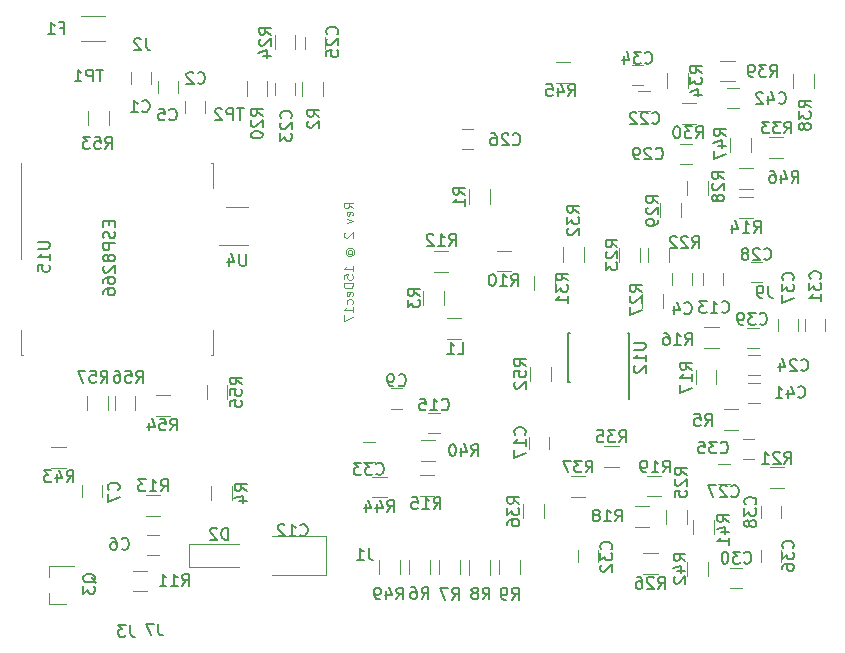
<source format=gbo>
G04 #@! TF.FileFunction,Legend,Bot*
%FSLAX46Y46*%
G04 Gerber Fmt 4.6, Leading zero omitted, Abs format (unit mm)*
G04 Created by KiCad (PCBNEW 4.0.7-e2-6376~58~ubuntu16.04.1) date Sat Dec 16 23:26:04 2017*
%MOMM*%
%LPD*%
G01*
G04 APERTURE LIST*
%ADD10C,0.100000*%
%ADD11C,0.200000*%
%ADD12C,0.120000*%
%ADD13C,0.150000*%
G04 APERTURE END LIST*
D10*
X143449286Y-87992142D02*
X143092143Y-87742142D01*
X143449286Y-87563570D02*
X142699286Y-87563570D01*
X142699286Y-87849285D01*
X142735000Y-87920713D01*
X142770714Y-87956428D01*
X142842143Y-87992142D01*
X142949286Y-87992142D01*
X143020714Y-87956428D01*
X143056429Y-87920713D01*
X143092143Y-87849285D01*
X143092143Y-87563570D01*
X143413571Y-88599285D02*
X143449286Y-88527856D01*
X143449286Y-88384999D01*
X143413571Y-88313570D01*
X143342143Y-88277856D01*
X143056429Y-88277856D01*
X142985000Y-88313570D01*
X142949286Y-88384999D01*
X142949286Y-88527856D01*
X142985000Y-88599285D01*
X143056429Y-88634999D01*
X143127857Y-88634999D01*
X143199286Y-88277856D01*
X142949286Y-88884999D02*
X143449286Y-89063570D01*
X142949286Y-89242142D01*
X142770714Y-90063571D02*
X142735000Y-90099285D01*
X142699286Y-90170714D01*
X142699286Y-90349285D01*
X142735000Y-90420714D01*
X142770714Y-90456428D01*
X142842143Y-90492143D01*
X142913571Y-90492143D01*
X143020714Y-90456428D01*
X143449286Y-90027857D01*
X143449286Y-90492143D01*
X143092143Y-91849286D02*
X143056429Y-91813572D01*
X143020714Y-91742143D01*
X143020714Y-91670715D01*
X143056429Y-91599286D01*
X143092143Y-91563572D01*
X143163571Y-91527858D01*
X143235000Y-91527858D01*
X143306429Y-91563572D01*
X143342143Y-91599286D01*
X143377857Y-91670715D01*
X143377857Y-91742143D01*
X143342143Y-91813572D01*
X143306429Y-91849286D01*
X143020714Y-91849286D02*
X143306429Y-91849286D01*
X143342143Y-91885000D01*
X143342143Y-91920715D01*
X143306429Y-91992143D01*
X143235000Y-92027858D01*
X143056429Y-92027858D01*
X142949286Y-91956429D01*
X142877857Y-91849286D01*
X142842143Y-91706429D01*
X142877857Y-91563572D01*
X142949286Y-91456429D01*
X143056429Y-91385000D01*
X143199286Y-91349286D01*
X143342143Y-91385000D01*
X143449286Y-91456429D01*
X143520714Y-91563572D01*
X143556429Y-91706429D01*
X143520714Y-91849286D01*
X143449286Y-91956429D01*
X143449286Y-93313573D02*
X143449286Y-92885001D01*
X143449286Y-93099287D02*
X142699286Y-93099287D01*
X142806429Y-93027858D01*
X142877857Y-92956430D01*
X142913571Y-92885001D01*
X142699286Y-93992144D02*
X142699286Y-93635001D01*
X143056429Y-93599287D01*
X143020714Y-93635001D01*
X142985000Y-93706430D01*
X142985000Y-93885001D01*
X143020714Y-93956430D01*
X143056429Y-93992144D01*
X143127857Y-94027859D01*
X143306429Y-94027859D01*
X143377857Y-93992144D01*
X143413571Y-93956430D01*
X143449286Y-93885001D01*
X143449286Y-93706430D01*
X143413571Y-93635001D01*
X143377857Y-93599287D01*
X143449286Y-94349287D02*
X142699286Y-94349287D01*
X142699286Y-94527859D01*
X142735000Y-94635002D01*
X142806429Y-94706430D01*
X142877857Y-94742145D01*
X143020714Y-94777859D01*
X143127857Y-94777859D01*
X143270714Y-94742145D01*
X143342143Y-94706430D01*
X143413571Y-94635002D01*
X143449286Y-94527859D01*
X143449286Y-94349287D01*
X143413571Y-95385002D02*
X143449286Y-95313573D01*
X143449286Y-95170716D01*
X143413571Y-95099287D01*
X143342143Y-95063573D01*
X143056429Y-95063573D01*
X142985000Y-95099287D01*
X142949286Y-95170716D01*
X142949286Y-95313573D01*
X142985000Y-95385002D01*
X143056429Y-95420716D01*
X143127857Y-95420716D01*
X143199286Y-95063573D01*
X143413571Y-96063573D02*
X143449286Y-95992144D01*
X143449286Y-95849287D01*
X143413571Y-95777859D01*
X143377857Y-95742144D01*
X143306429Y-95706430D01*
X143092143Y-95706430D01*
X143020714Y-95742144D01*
X142985000Y-95777859D01*
X142949286Y-95849287D01*
X142949286Y-95992144D01*
X142985000Y-96063573D01*
X143449286Y-96777859D02*
X143449286Y-96349287D01*
X143449286Y-96563573D02*
X142699286Y-96563573D01*
X142806429Y-96492144D01*
X142877857Y-96420716D01*
X142913571Y-96349287D01*
X142699286Y-97027859D02*
X142699286Y-97527859D01*
X143449286Y-97206430D01*
D11*
X122778571Y-89104762D02*
X122778571Y-89438096D01*
X123302381Y-89580953D02*
X123302381Y-89104762D01*
X122302381Y-89104762D01*
X122302381Y-89580953D01*
X123254762Y-89961905D02*
X123302381Y-90104762D01*
X123302381Y-90342858D01*
X123254762Y-90438096D01*
X123207143Y-90485715D01*
X123111905Y-90533334D01*
X123016667Y-90533334D01*
X122921429Y-90485715D01*
X122873810Y-90438096D01*
X122826190Y-90342858D01*
X122778571Y-90152381D01*
X122730952Y-90057143D01*
X122683333Y-90009524D01*
X122588095Y-89961905D01*
X122492857Y-89961905D01*
X122397619Y-90009524D01*
X122350000Y-90057143D01*
X122302381Y-90152381D01*
X122302381Y-90390477D01*
X122350000Y-90533334D01*
X123302381Y-90961905D02*
X122302381Y-90961905D01*
X122302381Y-91342858D01*
X122350000Y-91438096D01*
X122397619Y-91485715D01*
X122492857Y-91533334D01*
X122635714Y-91533334D01*
X122730952Y-91485715D01*
X122778571Y-91438096D01*
X122826190Y-91342858D01*
X122826190Y-90961905D01*
X122730952Y-92104762D02*
X122683333Y-92009524D01*
X122635714Y-91961905D01*
X122540476Y-91914286D01*
X122492857Y-91914286D01*
X122397619Y-91961905D01*
X122350000Y-92009524D01*
X122302381Y-92104762D01*
X122302381Y-92295239D01*
X122350000Y-92390477D01*
X122397619Y-92438096D01*
X122492857Y-92485715D01*
X122540476Y-92485715D01*
X122635714Y-92438096D01*
X122683333Y-92390477D01*
X122730952Y-92295239D01*
X122730952Y-92104762D01*
X122778571Y-92009524D01*
X122826190Y-91961905D01*
X122921429Y-91914286D01*
X123111905Y-91914286D01*
X123207143Y-91961905D01*
X123254762Y-92009524D01*
X123302381Y-92104762D01*
X123302381Y-92295239D01*
X123254762Y-92390477D01*
X123207143Y-92438096D01*
X123111905Y-92485715D01*
X122921429Y-92485715D01*
X122826190Y-92438096D01*
X122778571Y-92390477D01*
X122730952Y-92295239D01*
X122397619Y-92866667D02*
X122350000Y-92914286D01*
X122302381Y-93009524D01*
X122302381Y-93247620D01*
X122350000Y-93342858D01*
X122397619Y-93390477D01*
X122492857Y-93438096D01*
X122588095Y-93438096D01*
X122730952Y-93390477D01*
X123302381Y-92819048D01*
X123302381Y-93438096D01*
X122302381Y-94295239D02*
X122302381Y-94104762D01*
X122350000Y-94009524D01*
X122397619Y-93961905D01*
X122540476Y-93866667D01*
X122730952Y-93819048D01*
X123111905Y-93819048D01*
X123207143Y-93866667D01*
X123254762Y-93914286D01*
X123302381Y-94009524D01*
X123302381Y-94200001D01*
X123254762Y-94295239D01*
X123207143Y-94342858D01*
X123111905Y-94390477D01*
X122873810Y-94390477D01*
X122778571Y-94342858D01*
X122730952Y-94295239D01*
X122683333Y-94200001D01*
X122683333Y-94009524D01*
X122730952Y-93914286D01*
X122778571Y-93866667D01*
X122873810Y-93819048D01*
X122302381Y-95247620D02*
X122302381Y-95057143D01*
X122350000Y-94961905D01*
X122397619Y-94914286D01*
X122540476Y-94819048D01*
X122730952Y-94771429D01*
X123111905Y-94771429D01*
X123207143Y-94819048D01*
X123254762Y-94866667D01*
X123302381Y-94961905D01*
X123302381Y-95152382D01*
X123254762Y-95247620D01*
X123207143Y-95295239D01*
X123111905Y-95342858D01*
X122873810Y-95342858D01*
X122778571Y-95295239D01*
X122730952Y-95247620D01*
X122683333Y-95152382D01*
X122683333Y-94961905D01*
X122730952Y-94866667D01*
X122778571Y-94819048D01*
X122873810Y-94771429D01*
D12*
X148220000Y-117775000D02*
X148220000Y-118975000D01*
X149980000Y-118975000D02*
X149980000Y-117775000D01*
X150745000Y-117775000D02*
X150745000Y-118975000D01*
X152505000Y-118975000D02*
X152505000Y-117775000D01*
X171710000Y-114730000D02*
X171710000Y-113530000D01*
X169950000Y-113530000D02*
X169950000Y-114730000D01*
X160530000Y-94900000D02*
X160530000Y-93700000D01*
X158770000Y-93700000D02*
X158770000Y-94900000D01*
X126375000Y-76475000D02*
X126375000Y-77475000D01*
X124675000Y-77475000D02*
X124675000Y-76475000D01*
X129225000Y-79900000D02*
X129225000Y-78900000D01*
X130925000Y-78900000D02*
X130925000Y-79900000D01*
X170475000Y-94450000D02*
X170475000Y-93450000D01*
X172175000Y-93450000D02*
X172175000Y-94450000D01*
X128625000Y-77225000D02*
X128625000Y-78225000D01*
X126925000Y-78225000D02*
X126925000Y-77225000D01*
X126000000Y-115650000D02*
X127000000Y-115650000D01*
X127000000Y-117350000D02*
X126000000Y-117350000D01*
X120475000Y-112400000D02*
X120475000Y-111400000D01*
X122175000Y-111400000D02*
X122175000Y-112400000D01*
X146650000Y-103250000D02*
X147650000Y-103250000D01*
X147650000Y-104950000D02*
X146650000Y-104950000D01*
X174825000Y-93500000D02*
X174825000Y-94500000D01*
X173125000Y-94500000D02*
X173125000Y-93500000D01*
X158375000Y-108350000D02*
X158375000Y-107350000D01*
X160075000Y-107350000D02*
X160075000Y-108350000D01*
X167575000Y-78025000D02*
X168575000Y-78025000D01*
X168575000Y-79725000D02*
X167575000Y-79725000D01*
X138550000Y-77375000D02*
X138550000Y-78375000D01*
X136850000Y-78375000D02*
X136850000Y-77375000D01*
X176890000Y-100450000D02*
X177890000Y-100450000D01*
X177890000Y-102150000D02*
X176890000Y-102150000D01*
X139375000Y-74475000D02*
X139375000Y-73475000D01*
X141075000Y-73475000D02*
X141075000Y-74475000D01*
X153650000Y-82950000D02*
X152650000Y-82950000D01*
X152650000Y-81250000D02*
X153650000Y-81250000D01*
X175350000Y-111350000D02*
X174350000Y-111350000D01*
X174350000Y-109650000D02*
X175350000Y-109650000D01*
X177120000Y-92570000D02*
X178120000Y-92570000D01*
X178120000Y-94270000D02*
X177120000Y-94270000D01*
X171125000Y-82525000D02*
X172125000Y-82525000D01*
X172125000Y-84225000D02*
X171125000Y-84225000D01*
X176375000Y-120175000D02*
X175375000Y-120175000D01*
X175375000Y-118475000D02*
X176375000Y-118475000D01*
X183410000Y-97350000D02*
X183410000Y-98350000D01*
X181710000Y-98350000D02*
X181710000Y-97350000D01*
X162500000Y-117900000D02*
X162500000Y-116900000D01*
X164200000Y-116900000D02*
X164200000Y-117900000D01*
X145300000Y-109450000D02*
X144300000Y-109450000D01*
X144300000Y-107750000D02*
X145300000Y-107750000D01*
X167050000Y-75875000D02*
X168050000Y-75875000D01*
X168050000Y-77575000D02*
X167050000Y-77575000D01*
X176450000Y-107550000D02*
X177450000Y-107550000D01*
X177450000Y-109250000D02*
X176450000Y-109250000D01*
X179700000Y-116900000D02*
X179700000Y-117900000D01*
X178000000Y-117900000D02*
X178000000Y-116900000D01*
X181150000Y-97350000D02*
X181150000Y-98350000D01*
X179450000Y-98350000D02*
X179450000Y-97350000D01*
X179700000Y-113200000D02*
X179700000Y-114200000D01*
X178000000Y-114200000D02*
X178000000Y-113200000D01*
X176850000Y-98110000D02*
X177850000Y-98110000D01*
X177850000Y-99810000D02*
X176850000Y-99810000D01*
X176890000Y-102760000D02*
X177890000Y-102760000D01*
X177890000Y-104460000D02*
X176890000Y-104460000D01*
X175150000Y-77800000D02*
X176150000Y-77800000D01*
X176150000Y-79500000D02*
X175150000Y-79500000D01*
X133850000Y-118400000D02*
X129550000Y-118400000D01*
X129550000Y-118400000D02*
X129550000Y-116400000D01*
X129550000Y-116400000D02*
X133850000Y-116400000D01*
X120450000Y-73820000D02*
X122450000Y-73820000D01*
X122450000Y-71680000D02*
X120450000Y-71680000D01*
X151400000Y-99080000D02*
X152600000Y-99080000D01*
X152600000Y-97320000D02*
X151400000Y-97320000D01*
X155030000Y-87600000D02*
X155030000Y-86400000D01*
X153270000Y-86400000D02*
X153270000Y-87600000D01*
X140880000Y-78525000D02*
X140880000Y-77325000D01*
X139120000Y-77325000D02*
X139120000Y-78525000D01*
X151180000Y-96175000D02*
X151180000Y-94975000D01*
X149420000Y-94975000D02*
X149420000Y-96175000D01*
X131470000Y-111500000D02*
X131470000Y-112700000D01*
X133230000Y-112700000D02*
X133230000Y-111500000D01*
X174850000Y-106780000D02*
X176050000Y-106780000D01*
X176050000Y-105020000D02*
X174850000Y-105020000D01*
X153295000Y-117800000D02*
X153295000Y-119000000D01*
X155055000Y-119000000D02*
X155055000Y-117800000D01*
X155820000Y-117775000D02*
X155820000Y-118975000D01*
X157580000Y-118975000D02*
X157580000Y-117775000D01*
X156825000Y-91570000D02*
X155625000Y-91570000D01*
X155625000Y-93330000D02*
X156825000Y-93330000D01*
X124850000Y-120430000D02*
X126050000Y-120430000D01*
X126050000Y-118670000D02*
X124850000Y-118670000D01*
X150300000Y-93405000D02*
X151500000Y-93405000D01*
X151500000Y-91645000D02*
X150300000Y-91645000D01*
X127100000Y-112270000D02*
X125900000Y-112270000D01*
X125900000Y-114030000D02*
X127100000Y-114030000D01*
X177350000Y-87070000D02*
X176150000Y-87070000D01*
X176150000Y-88830000D02*
X177350000Y-88830000D01*
X149110000Y-112360000D02*
X150310000Y-112360000D01*
X150310000Y-110600000D02*
X149110000Y-110600000D01*
X174420000Y-98080000D02*
X173220000Y-98080000D01*
X173220000Y-99840000D02*
X174420000Y-99840000D01*
X174230000Y-102900000D02*
X174230000Y-101700000D01*
X172470000Y-101700000D02*
X172470000Y-102900000D01*
X168550000Y-113220000D02*
X167350000Y-113220000D01*
X167350000Y-114980000D02*
X168550000Y-114980000D01*
X169550000Y-110620000D02*
X168350000Y-110620000D01*
X168350000Y-112380000D02*
X169550000Y-112380000D01*
X134445000Y-77250000D02*
X134445000Y-78450000D01*
X136205000Y-78450000D02*
X136205000Y-77250000D01*
X178750000Y-111680000D02*
X179950000Y-111680000D01*
X179950000Y-109920000D02*
X178750000Y-109920000D01*
X168440000Y-91320000D02*
X168440000Y-92520000D01*
X170200000Y-92520000D02*
X170200000Y-91320000D01*
X166020000Y-91325000D02*
X166020000Y-92525000D01*
X167780000Y-92525000D02*
X167780000Y-91325000D01*
X138580000Y-74525000D02*
X138580000Y-73325000D01*
X136820000Y-73325000D02*
X136820000Y-74525000D01*
X169250000Y-117220000D02*
X168050000Y-117220000D01*
X168050000Y-118980000D02*
X169250000Y-118980000D01*
X167970000Y-95225000D02*
X167970000Y-96425000D01*
X169730000Y-96425000D02*
X169730000Y-95225000D01*
X173530000Y-86850000D02*
X173530000Y-85650000D01*
X171770000Y-85650000D02*
X171770000Y-86850000D01*
X169495000Y-87550000D02*
X169495000Y-88750000D01*
X171255000Y-88750000D02*
X171255000Y-87550000D01*
X171275000Y-80855000D02*
X172475000Y-80855000D01*
X172475000Y-79095000D02*
X171275000Y-79095000D01*
X163030000Y-92500000D02*
X163030000Y-91300000D01*
X161270000Y-91300000D02*
X161270000Y-92500000D01*
X179900000Y-81995000D02*
X178700000Y-81995000D01*
X178700000Y-83755000D02*
X179900000Y-83755000D01*
X171805000Y-77775000D02*
X171805000Y-76575000D01*
X170045000Y-76575000D02*
X170045000Y-77775000D01*
X164750000Y-109880000D02*
X165950000Y-109880000D01*
X165950000Y-108120000D02*
X164750000Y-108120000D01*
X159605000Y-114250000D02*
X159605000Y-113050000D01*
X157845000Y-113050000D02*
X157845000Y-114250000D01*
X161925000Y-112430000D02*
X163125000Y-112430000D01*
X163125000Y-110670000D02*
X161925000Y-110670000D01*
X182480000Y-77850000D02*
X182480000Y-76650000D01*
X180720000Y-76650000D02*
X180720000Y-77850000D01*
X175775000Y-75495000D02*
X174575000Y-75495000D01*
X174575000Y-77255000D02*
X175775000Y-77255000D01*
X150390000Y-107640000D02*
X149190000Y-107640000D01*
X149190000Y-109400000D02*
X150390000Y-109400000D01*
X174030000Y-115600000D02*
X174030000Y-114400000D01*
X172270000Y-114400000D02*
X172270000Y-115600000D01*
X173530000Y-119100000D02*
X173530000Y-117900000D01*
X171770000Y-117900000D02*
X171770000Y-119100000D01*
X119125000Y-108245000D02*
X117925000Y-108245000D01*
X117925000Y-110005000D02*
X119125000Y-110005000D01*
X146300000Y-110720000D02*
X145100000Y-110720000D01*
X145100000Y-112480000D02*
X146300000Y-112480000D01*
X160650000Y-77355000D02*
X161850000Y-77355000D01*
X161850000Y-75595000D02*
X160650000Y-75595000D01*
X177350000Y-84595000D02*
X176150000Y-84595000D01*
X176150000Y-86355000D02*
X177350000Y-86355000D01*
X175420000Y-82025000D02*
X175420000Y-83225000D01*
X177180000Y-83225000D02*
X177180000Y-82025000D01*
X147430000Y-118950000D02*
X147430000Y-117750000D01*
X145670000Y-117750000D02*
X145670000Y-118950000D01*
X158470000Y-101400000D02*
X158470000Y-102600000D01*
X160230000Y-102600000D02*
X160230000Y-101400000D01*
X121020000Y-79750000D02*
X121020000Y-80950000D01*
X122780000Y-80950000D02*
X122780000Y-79750000D01*
X127950000Y-103820000D02*
X126750000Y-103820000D01*
X126750000Y-105580000D02*
X127950000Y-105580000D01*
X131070000Y-102950000D02*
X131070000Y-104150000D01*
X132830000Y-104150000D02*
X132830000Y-102950000D01*
X125030000Y-105050000D02*
X125030000Y-103850000D01*
X123270000Y-103850000D02*
X123270000Y-105050000D01*
X122680000Y-105050000D02*
X122680000Y-103850000D01*
X120920000Y-103850000D02*
X120920000Y-105050000D01*
X132750000Y-87890000D02*
X134550000Y-87890000D01*
X134550000Y-91110000D02*
X132100000Y-91110000D01*
D13*
X166850000Y-102700000D02*
X166800000Y-102700000D01*
X166850000Y-98550000D02*
X166705000Y-98550000D01*
X161700000Y-98550000D02*
X161845000Y-98550000D01*
X161700000Y-102700000D02*
X161845000Y-102700000D01*
X166850000Y-102700000D02*
X166850000Y-98550000D01*
X161700000Y-102700000D02*
X161700000Y-98550000D01*
X166800000Y-102700000D02*
X166800000Y-104100000D01*
D10*
X115330000Y-84180000D02*
X115330000Y-92300000D01*
X131570000Y-98300000D02*
X131570000Y-100420000D01*
X131570000Y-100420000D02*
X131400000Y-100420000D01*
X131570000Y-84180000D02*
X131570000Y-86300000D01*
X131570000Y-84180000D02*
X131400000Y-84180000D01*
X115330000Y-98300000D02*
X115330000Y-100420000D01*
X115330000Y-100420000D02*
X115500000Y-100420000D01*
D12*
X117690000Y-121480000D02*
X117690000Y-120550000D01*
X117690000Y-118320000D02*
X117690000Y-119250000D01*
X117690000Y-118320000D02*
X119850000Y-118320000D01*
X117690000Y-121480000D02*
X119150000Y-121480000D01*
X149830000Y-105300000D02*
X150830000Y-105300000D01*
X150830000Y-107000000D02*
X149830000Y-107000000D01*
X141150000Y-115700000D02*
X136600000Y-115700000D01*
X141150000Y-119000000D02*
X136600000Y-119000000D01*
X141150000Y-115700000D02*
X141150000Y-119000000D01*
D13*
X149266666Y-121077381D02*
X149600000Y-120601190D01*
X149838095Y-121077381D02*
X149838095Y-120077381D01*
X149457142Y-120077381D01*
X149361904Y-120125000D01*
X149314285Y-120172619D01*
X149266666Y-120267857D01*
X149266666Y-120410714D01*
X149314285Y-120505952D01*
X149361904Y-120553571D01*
X149457142Y-120601190D01*
X149838095Y-120601190D01*
X148409523Y-120077381D02*
X148600000Y-120077381D01*
X148695238Y-120125000D01*
X148742857Y-120172619D01*
X148838095Y-120315476D01*
X148885714Y-120505952D01*
X148885714Y-120886905D01*
X148838095Y-120982143D01*
X148790476Y-121029762D01*
X148695238Y-121077381D01*
X148504761Y-121077381D01*
X148409523Y-121029762D01*
X148361904Y-120982143D01*
X148314285Y-120886905D01*
X148314285Y-120648810D01*
X148361904Y-120553571D01*
X148409523Y-120505952D01*
X148504761Y-120458333D01*
X148695238Y-120458333D01*
X148790476Y-120505952D01*
X148838095Y-120553571D01*
X148885714Y-120648810D01*
X151841666Y-121127381D02*
X152175000Y-120651190D01*
X152413095Y-121127381D02*
X152413095Y-120127381D01*
X152032142Y-120127381D01*
X151936904Y-120175000D01*
X151889285Y-120222619D01*
X151841666Y-120317857D01*
X151841666Y-120460714D01*
X151889285Y-120555952D01*
X151936904Y-120603571D01*
X152032142Y-120651190D01*
X152413095Y-120651190D01*
X151508333Y-120127381D02*
X150841666Y-120127381D01*
X151270238Y-121127381D01*
X171702381Y-110557143D02*
X171226190Y-110223809D01*
X171702381Y-109985714D02*
X170702381Y-109985714D01*
X170702381Y-110366667D01*
X170750000Y-110461905D01*
X170797619Y-110509524D01*
X170892857Y-110557143D01*
X171035714Y-110557143D01*
X171130952Y-110509524D01*
X171178571Y-110461905D01*
X171226190Y-110366667D01*
X171226190Y-109985714D01*
X170797619Y-110938095D02*
X170750000Y-110985714D01*
X170702381Y-111080952D01*
X170702381Y-111319048D01*
X170750000Y-111414286D01*
X170797619Y-111461905D01*
X170892857Y-111509524D01*
X170988095Y-111509524D01*
X171130952Y-111461905D01*
X171702381Y-110890476D01*
X171702381Y-111509524D01*
X170702381Y-112414286D02*
X170702381Y-111938095D01*
X171178571Y-111890476D01*
X171130952Y-111938095D01*
X171083333Y-112033333D01*
X171083333Y-112271429D01*
X171130952Y-112366667D01*
X171178571Y-112414286D01*
X171273810Y-112461905D01*
X171511905Y-112461905D01*
X171607143Y-112414286D01*
X171654762Y-112366667D01*
X171702381Y-112271429D01*
X171702381Y-112033333D01*
X171654762Y-111938095D01*
X171607143Y-111890476D01*
X161652381Y-94107143D02*
X161176190Y-93773809D01*
X161652381Y-93535714D02*
X160652381Y-93535714D01*
X160652381Y-93916667D01*
X160700000Y-94011905D01*
X160747619Y-94059524D01*
X160842857Y-94107143D01*
X160985714Y-94107143D01*
X161080952Y-94059524D01*
X161128571Y-94011905D01*
X161176190Y-93916667D01*
X161176190Y-93535714D01*
X160652381Y-94440476D02*
X160652381Y-95059524D01*
X161033333Y-94726190D01*
X161033333Y-94869048D01*
X161080952Y-94964286D01*
X161128571Y-95011905D01*
X161223810Y-95059524D01*
X161461905Y-95059524D01*
X161557143Y-95011905D01*
X161604762Y-94964286D01*
X161652381Y-94869048D01*
X161652381Y-94583333D01*
X161604762Y-94488095D01*
X161557143Y-94440476D01*
X161652381Y-96011905D02*
X161652381Y-95440476D01*
X161652381Y-95726190D02*
X160652381Y-95726190D01*
X160795238Y-95630952D01*
X160890476Y-95535714D01*
X160938095Y-95440476D01*
X125616666Y-79757143D02*
X125664285Y-79804762D01*
X125807142Y-79852381D01*
X125902380Y-79852381D01*
X126045238Y-79804762D01*
X126140476Y-79709524D01*
X126188095Y-79614286D01*
X126235714Y-79423810D01*
X126235714Y-79280952D01*
X126188095Y-79090476D01*
X126140476Y-78995238D01*
X126045238Y-78900000D01*
X125902380Y-78852381D01*
X125807142Y-78852381D01*
X125664285Y-78900000D01*
X125616666Y-78947619D01*
X124664285Y-79852381D02*
X125235714Y-79852381D01*
X124950000Y-79852381D02*
X124950000Y-78852381D01*
X125045238Y-78995238D01*
X125140476Y-79090476D01*
X125235714Y-79138095D01*
X130316666Y-77357143D02*
X130364285Y-77404762D01*
X130507142Y-77452381D01*
X130602380Y-77452381D01*
X130745238Y-77404762D01*
X130840476Y-77309524D01*
X130888095Y-77214286D01*
X130935714Y-77023810D01*
X130935714Y-76880952D01*
X130888095Y-76690476D01*
X130840476Y-76595238D01*
X130745238Y-76500000D01*
X130602380Y-76452381D01*
X130507142Y-76452381D01*
X130364285Y-76500000D01*
X130316666Y-76547619D01*
X129935714Y-76547619D02*
X129888095Y-76500000D01*
X129792857Y-76452381D01*
X129554761Y-76452381D01*
X129459523Y-76500000D01*
X129411904Y-76547619D01*
X129364285Y-76642857D01*
X129364285Y-76738095D01*
X129411904Y-76880952D01*
X129983333Y-77452381D01*
X129364285Y-77452381D01*
X171516666Y-96857143D02*
X171564285Y-96904762D01*
X171707142Y-96952381D01*
X171802380Y-96952381D01*
X171945238Y-96904762D01*
X172040476Y-96809524D01*
X172088095Y-96714286D01*
X172135714Y-96523810D01*
X172135714Y-96380952D01*
X172088095Y-96190476D01*
X172040476Y-96095238D01*
X171945238Y-96000000D01*
X171802380Y-95952381D01*
X171707142Y-95952381D01*
X171564285Y-96000000D01*
X171516666Y-96047619D01*
X170659523Y-96285714D02*
X170659523Y-96952381D01*
X170897619Y-95904762D02*
X171135714Y-96619048D01*
X170516666Y-96619048D01*
X127916666Y-80457143D02*
X127964285Y-80504762D01*
X128107142Y-80552381D01*
X128202380Y-80552381D01*
X128345238Y-80504762D01*
X128440476Y-80409524D01*
X128488095Y-80314286D01*
X128535714Y-80123810D01*
X128535714Y-79980952D01*
X128488095Y-79790476D01*
X128440476Y-79695238D01*
X128345238Y-79600000D01*
X128202380Y-79552381D01*
X128107142Y-79552381D01*
X127964285Y-79600000D01*
X127916666Y-79647619D01*
X127011904Y-79552381D02*
X127488095Y-79552381D01*
X127535714Y-80028571D01*
X127488095Y-79980952D01*
X127392857Y-79933333D01*
X127154761Y-79933333D01*
X127059523Y-79980952D01*
X127011904Y-80028571D01*
X126964285Y-80123810D01*
X126964285Y-80361905D01*
X127011904Y-80457143D01*
X127059523Y-80504762D01*
X127154761Y-80552381D01*
X127392857Y-80552381D01*
X127488095Y-80504762D01*
X127535714Y-80457143D01*
X123866666Y-116807143D02*
X123914285Y-116854762D01*
X124057142Y-116902381D01*
X124152380Y-116902381D01*
X124295238Y-116854762D01*
X124390476Y-116759524D01*
X124438095Y-116664286D01*
X124485714Y-116473810D01*
X124485714Y-116330952D01*
X124438095Y-116140476D01*
X124390476Y-116045238D01*
X124295238Y-115950000D01*
X124152380Y-115902381D01*
X124057142Y-115902381D01*
X123914285Y-115950000D01*
X123866666Y-115997619D01*
X123009523Y-115902381D02*
X123200000Y-115902381D01*
X123295238Y-115950000D01*
X123342857Y-115997619D01*
X123438095Y-116140476D01*
X123485714Y-116330952D01*
X123485714Y-116711905D01*
X123438095Y-116807143D01*
X123390476Y-116854762D01*
X123295238Y-116902381D01*
X123104761Y-116902381D01*
X123009523Y-116854762D01*
X122961904Y-116807143D01*
X122914285Y-116711905D01*
X122914285Y-116473810D01*
X122961904Y-116378571D01*
X123009523Y-116330952D01*
X123104761Y-116283333D01*
X123295238Y-116283333D01*
X123390476Y-116330952D01*
X123438095Y-116378571D01*
X123485714Y-116473810D01*
X123607143Y-111833334D02*
X123654762Y-111785715D01*
X123702381Y-111642858D01*
X123702381Y-111547620D01*
X123654762Y-111404762D01*
X123559524Y-111309524D01*
X123464286Y-111261905D01*
X123273810Y-111214286D01*
X123130952Y-111214286D01*
X122940476Y-111261905D01*
X122845238Y-111309524D01*
X122750000Y-111404762D01*
X122702381Y-111547620D01*
X122702381Y-111642858D01*
X122750000Y-111785715D01*
X122797619Y-111833334D01*
X122702381Y-112166667D02*
X122702381Y-112833334D01*
X123702381Y-112404762D01*
X147316666Y-102957143D02*
X147364285Y-103004762D01*
X147507142Y-103052381D01*
X147602380Y-103052381D01*
X147745238Y-103004762D01*
X147840476Y-102909524D01*
X147888095Y-102814286D01*
X147935714Y-102623810D01*
X147935714Y-102480952D01*
X147888095Y-102290476D01*
X147840476Y-102195238D01*
X147745238Y-102100000D01*
X147602380Y-102052381D01*
X147507142Y-102052381D01*
X147364285Y-102100000D01*
X147316666Y-102147619D01*
X146840476Y-103052381D02*
X146650000Y-103052381D01*
X146554761Y-103004762D01*
X146507142Y-102957143D01*
X146411904Y-102814286D01*
X146364285Y-102623810D01*
X146364285Y-102242857D01*
X146411904Y-102147619D01*
X146459523Y-102100000D01*
X146554761Y-102052381D01*
X146745238Y-102052381D01*
X146840476Y-102100000D01*
X146888095Y-102147619D01*
X146935714Y-102242857D01*
X146935714Y-102480952D01*
X146888095Y-102576190D01*
X146840476Y-102623810D01*
X146745238Y-102671429D01*
X146554761Y-102671429D01*
X146459523Y-102623810D01*
X146411904Y-102576190D01*
X146364285Y-102480952D01*
X174692857Y-96757143D02*
X174740476Y-96804762D01*
X174883333Y-96852381D01*
X174978571Y-96852381D01*
X175121429Y-96804762D01*
X175216667Y-96709524D01*
X175264286Y-96614286D01*
X175311905Y-96423810D01*
X175311905Y-96280952D01*
X175264286Y-96090476D01*
X175216667Y-95995238D01*
X175121429Y-95900000D01*
X174978571Y-95852381D01*
X174883333Y-95852381D01*
X174740476Y-95900000D01*
X174692857Y-95947619D01*
X173740476Y-96852381D02*
X174311905Y-96852381D01*
X174026191Y-96852381D02*
X174026191Y-95852381D01*
X174121429Y-95995238D01*
X174216667Y-96090476D01*
X174311905Y-96138095D01*
X173407143Y-95852381D02*
X172788095Y-95852381D01*
X173121429Y-96233333D01*
X172978571Y-96233333D01*
X172883333Y-96280952D01*
X172835714Y-96328571D01*
X172788095Y-96423810D01*
X172788095Y-96661905D01*
X172835714Y-96757143D01*
X172883333Y-96804762D01*
X172978571Y-96852381D01*
X173264286Y-96852381D01*
X173359524Y-96804762D01*
X173407143Y-96757143D01*
X158007143Y-107157143D02*
X158054762Y-107109524D01*
X158102381Y-106966667D01*
X158102381Y-106871429D01*
X158054762Y-106728571D01*
X157959524Y-106633333D01*
X157864286Y-106585714D01*
X157673810Y-106538095D01*
X157530952Y-106538095D01*
X157340476Y-106585714D01*
X157245238Y-106633333D01*
X157150000Y-106728571D01*
X157102381Y-106871429D01*
X157102381Y-106966667D01*
X157150000Y-107109524D01*
X157197619Y-107157143D01*
X158102381Y-108109524D02*
X158102381Y-107538095D01*
X158102381Y-107823809D02*
X157102381Y-107823809D01*
X157245238Y-107728571D01*
X157340476Y-107633333D01*
X157388095Y-107538095D01*
X157102381Y-108442857D02*
X157102381Y-109109524D01*
X158102381Y-108680952D01*
X168792857Y-80757143D02*
X168840476Y-80804762D01*
X168983333Y-80852381D01*
X169078571Y-80852381D01*
X169221429Y-80804762D01*
X169316667Y-80709524D01*
X169364286Y-80614286D01*
X169411905Y-80423810D01*
X169411905Y-80280952D01*
X169364286Y-80090476D01*
X169316667Y-79995238D01*
X169221429Y-79900000D01*
X169078571Y-79852381D01*
X168983333Y-79852381D01*
X168840476Y-79900000D01*
X168792857Y-79947619D01*
X168411905Y-79947619D02*
X168364286Y-79900000D01*
X168269048Y-79852381D01*
X168030952Y-79852381D01*
X167935714Y-79900000D01*
X167888095Y-79947619D01*
X167840476Y-80042857D01*
X167840476Y-80138095D01*
X167888095Y-80280952D01*
X168459524Y-80852381D01*
X167840476Y-80852381D01*
X167459524Y-79947619D02*
X167411905Y-79900000D01*
X167316667Y-79852381D01*
X167078571Y-79852381D01*
X166983333Y-79900000D01*
X166935714Y-79947619D01*
X166888095Y-80042857D01*
X166888095Y-80138095D01*
X166935714Y-80280952D01*
X167507143Y-80852381D01*
X166888095Y-80852381D01*
X138207143Y-80357143D02*
X138254762Y-80309524D01*
X138302381Y-80166667D01*
X138302381Y-80071429D01*
X138254762Y-79928571D01*
X138159524Y-79833333D01*
X138064286Y-79785714D01*
X137873810Y-79738095D01*
X137730952Y-79738095D01*
X137540476Y-79785714D01*
X137445238Y-79833333D01*
X137350000Y-79928571D01*
X137302381Y-80071429D01*
X137302381Y-80166667D01*
X137350000Y-80309524D01*
X137397619Y-80357143D01*
X137397619Y-80738095D02*
X137350000Y-80785714D01*
X137302381Y-80880952D01*
X137302381Y-81119048D01*
X137350000Y-81214286D01*
X137397619Y-81261905D01*
X137492857Y-81309524D01*
X137588095Y-81309524D01*
X137730952Y-81261905D01*
X138302381Y-80690476D01*
X138302381Y-81309524D01*
X137302381Y-81642857D02*
X137302381Y-82261905D01*
X137683333Y-81928571D01*
X137683333Y-82071429D01*
X137730952Y-82166667D01*
X137778571Y-82214286D01*
X137873810Y-82261905D01*
X138111905Y-82261905D01*
X138207143Y-82214286D01*
X138254762Y-82166667D01*
X138302381Y-82071429D01*
X138302381Y-81785714D01*
X138254762Y-81690476D01*
X138207143Y-81642857D01*
X181392857Y-101657143D02*
X181440476Y-101704762D01*
X181583333Y-101752381D01*
X181678571Y-101752381D01*
X181821429Y-101704762D01*
X181916667Y-101609524D01*
X181964286Y-101514286D01*
X182011905Y-101323810D01*
X182011905Y-101180952D01*
X181964286Y-100990476D01*
X181916667Y-100895238D01*
X181821429Y-100800000D01*
X181678571Y-100752381D01*
X181583333Y-100752381D01*
X181440476Y-100800000D01*
X181392857Y-100847619D01*
X181011905Y-100847619D02*
X180964286Y-100800000D01*
X180869048Y-100752381D01*
X180630952Y-100752381D01*
X180535714Y-100800000D01*
X180488095Y-100847619D01*
X180440476Y-100942857D01*
X180440476Y-101038095D01*
X180488095Y-101180952D01*
X181059524Y-101752381D01*
X180440476Y-101752381D01*
X179583333Y-101085714D02*
X179583333Y-101752381D01*
X179821429Y-100704762D02*
X180059524Y-101419048D01*
X179440476Y-101419048D01*
X142107143Y-73257143D02*
X142154762Y-73209524D01*
X142202381Y-73066667D01*
X142202381Y-72971429D01*
X142154762Y-72828571D01*
X142059524Y-72733333D01*
X141964286Y-72685714D01*
X141773810Y-72638095D01*
X141630952Y-72638095D01*
X141440476Y-72685714D01*
X141345238Y-72733333D01*
X141250000Y-72828571D01*
X141202381Y-72971429D01*
X141202381Y-73066667D01*
X141250000Y-73209524D01*
X141297619Y-73257143D01*
X141297619Y-73638095D02*
X141250000Y-73685714D01*
X141202381Y-73780952D01*
X141202381Y-74019048D01*
X141250000Y-74114286D01*
X141297619Y-74161905D01*
X141392857Y-74209524D01*
X141488095Y-74209524D01*
X141630952Y-74161905D01*
X142202381Y-73590476D01*
X142202381Y-74209524D01*
X141202381Y-75114286D02*
X141202381Y-74638095D01*
X141678571Y-74590476D01*
X141630952Y-74638095D01*
X141583333Y-74733333D01*
X141583333Y-74971429D01*
X141630952Y-75066667D01*
X141678571Y-75114286D01*
X141773810Y-75161905D01*
X142011905Y-75161905D01*
X142107143Y-75114286D01*
X142154762Y-75066667D01*
X142202381Y-74971429D01*
X142202381Y-74733333D01*
X142154762Y-74638095D01*
X142107143Y-74590476D01*
X156992857Y-82557143D02*
X157040476Y-82604762D01*
X157183333Y-82652381D01*
X157278571Y-82652381D01*
X157421429Y-82604762D01*
X157516667Y-82509524D01*
X157564286Y-82414286D01*
X157611905Y-82223810D01*
X157611905Y-82080952D01*
X157564286Y-81890476D01*
X157516667Y-81795238D01*
X157421429Y-81700000D01*
X157278571Y-81652381D01*
X157183333Y-81652381D01*
X157040476Y-81700000D01*
X156992857Y-81747619D01*
X156611905Y-81747619D02*
X156564286Y-81700000D01*
X156469048Y-81652381D01*
X156230952Y-81652381D01*
X156135714Y-81700000D01*
X156088095Y-81747619D01*
X156040476Y-81842857D01*
X156040476Y-81938095D01*
X156088095Y-82080952D01*
X156659524Y-82652381D01*
X156040476Y-82652381D01*
X155183333Y-81652381D02*
X155373810Y-81652381D01*
X155469048Y-81700000D01*
X155516667Y-81747619D01*
X155611905Y-81890476D01*
X155659524Y-82080952D01*
X155659524Y-82461905D01*
X155611905Y-82557143D01*
X155564286Y-82604762D01*
X155469048Y-82652381D01*
X155278571Y-82652381D01*
X155183333Y-82604762D01*
X155135714Y-82557143D01*
X155088095Y-82461905D01*
X155088095Y-82223810D01*
X155135714Y-82128571D01*
X155183333Y-82080952D01*
X155278571Y-82033333D01*
X155469048Y-82033333D01*
X155564286Y-82080952D01*
X155611905Y-82128571D01*
X155659524Y-82223810D01*
X175492857Y-112357143D02*
X175540476Y-112404762D01*
X175683333Y-112452381D01*
X175778571Y-112452381D01*
X175921429Y-112404762D01*
X176016667Y-112309524D01*
X176064286Y-112214286D01*
X176111905Y-112023810D01*
X176111905Y-111880952D01*
X176064286Y-111690476D01*
X176016667Y-111595238D01*
X175921429Y-111500000D01*
X175778571Y-111452381D01*
X175683333Y-111452381D01*
X175540476Y-111500000D01*
X175492857Y-111547619D01*
X175111905Y-111547619D02*
X175064286Y-111500000D01*
X174969048Y-111452381D01*
X174730952Y-111452381D01*
X174635714Y-111500000D01*
X174588095Y-111547619D01*
X174540476Y-111642857D01*
X174540476Y-111738095D01*
X174588095Y-111880952D01*
X175159524Y-112452381D01*
X174540476Y-112452381D01*
X174207143Y-111452381D02*
X173540476Y-111452381D01*
X173969048Y-112452381D01*
X178262857Y-92277143D02*
X178310476Y-92324762D01*
X178453333Y-92372381D01*
X178548571Y-92372381D01*
X178691429Y-92324762D01*
X178786667Y-92229524D01*
X178834286Y-92134286D01*
X178881905Y-91943810D01*
X178881905Y-91800952D01*
X178834286Y-91610476D01*
X178786667Y-91515238D01*
X178691429Y-91420000D01*
X178548571Y-91372381D01*
X178453333Y-91372381D01*
X178310476Y-91420000D01*
X178262857Y-91467619D01*
X177881905Y-91467619D02*
X177834286Y-91420000D01*
X177739048Y-91372381D01*
X177500952Y-91372381D01*
X177405714Y-91420000D01*
X177358095Y-91467619D01*
X177310476Y-91562857D01*
X177310476Y-91658095D01*
X177358095Y-91800952D01*
X177929524Y-92372381D01*
X177310476Y-92372381D01*
X176739048Y-91800952D02*
X176834286Y-91753333D01*
X176881905Y-91705714D01*
X176929524Y-91610476D01*
X176929524Y-91562857D01*
X176881905Y-91467619D01*
X176834286Y-91420000D01*
X176739048Y-91372381D01*
X176548571Y-91372381D01*
X176453333Y-91420000D01*
X176405714Y-91467619D01*
X176358095Y-91562857D01*
X176358095Y-91610476D01*
X176405714Y-91705714D01*
X176453333Y-91753333D01*
X176548571Y-91800952D01*
X176739048Y-91800952D01*
X176834286Y-91848571D01*
X176881905Y-91896190D01*
X176929524Y-91991429D01*
X176929524Y-92181905D01*
X176881905Y-92277143D01*
X176834286Y-92324762D01*
X176739048Y-92372381D01*
X176548571Y-92372381D01*
X176453333Y-92324762D01*
X176405714Y-92277143D01*
X176358095Y-92181905D01*
X176358095Y-91991429D01*
X176405714Y-91896190D01*
X176453333Y-91848571D01*
X176548571Y-91800952D01*
X169092857Y-83757143D02*
X169140476Y-83804762D01*
X169283333Y-83852381D01*
X169378571Y-83852381D01*
X169521429Y-83804762D01*
X169616667Y-83709524D01*
X169664286Y-83614286D01*
X169711905Y-83423810D01*
X169711905Y-83280952D01*
X169664286Y-83090476D01*
X169616667Y-82995238D01*
X169521429Y-82900000D01*
X169378571Y-82852381D01*
X169283333Y-82852381D01*
X169140476Y-82900000D01*
X169092857Y-82947619D01*
X168711905Y-82947619D02*
X168664286Y-82900000D01*
X168569048Y-82852381D01*
X168330952Y-82852381D01*
X168235714Y-82900000D01*
X168188095Y-82947619D01*
X168140476Y-83042857D01*
X168140476Y-83138095D01*
X168188095Y-83280952D01*
X168759524Y-83852381D01*
X168140476Y-83852381D01*
X167664286Y-83852381D02*
X167473810Y-83852381D01*
X167378571Y-83804762D01*
X167330952Y-83757143D01*
X167235714Y-83614286D01*
X167188095Y-83423810D01*
X167188095Y-83042857D01*
X167235714Y-82947619D01*
X167283333Y-82900000D01*
X167378571Y-82852381D01*
X167569048Y-82852381D01*
X167664286Y-82900000D01*
X167711905Y-82947619D01*
X167759524Y-83042857D01*
X167759524Y-83280952D01*
X167711905Y-83376190D01*
X167664286Y-83423810D01*
X167569048Y-83471429D01*
X167378571Y-83471429D01*
X167283333Y-83423810D01*
X167235714Y-83376190D01*
X167188095Y-83280952D01*
X176567857Y-117982143D02*
X176615476Y-118029762D01*
X176758333Y-118077381D01*
X176853571Y-118077381D01*
X176996429Y-118029762D01*
X177091667Y-117934524D01*
X177139286Y-117839286D01*
X177186905Y-117648810D01*
X177186905Y-117505952D01*
X177139286Y-117315476D01*
X177091667Y-117220238D01*
X176996429Y-117125000D01*
X176853571Y-117077381D01*
X176758333Y-117077381D01*
X176615476Y-117125000D01*
X176567857Y-117172619D01*
X176234524Y-117077381D02*
X175615476Y-117077381D01*
X175948810Y-117458333D01*
X175805952Y-117458333D01*
X175710714Y-117505952D01*
X175663095Y-117553571D01*
X175615476Y-117648810D01*
X175615476Y-117886905D01*
X175663095Y-117982143D01*
X175710714Y-118029762D01*
X175805952Y-118077381D01*
X176091667Y-118077381D01*
X176186905Y-118029762D01*
X176234524Y-117982143D01*
X174996429Y-117077381D02*
X174901190Y-117077381D01*
X174805952Y-117125000D01*
X174758333Y-117172619D01*
X174710714Y-117267857D01*
X174663095Y-117458333D01*
X174663095Y-117696429D01*
X174710714Y-117886905D01*
X174758333Y-117982143D01*
X174805952Y-118029762D01*
X174901190Y-118077381D01*
X174996429Y-118077381D01*
X175091667Y-118029762D01*
X175139286Y-117982143D01*
X175186905Y-117886905D01*
X175234524Y-117696429D01*
X175234524Y-117458333D01*
X175186905Y-117267857D01*
X175139286Y-117172619D01*
X175091667Y-117125000D01*
X174996429Y-117077381D01*
X183007143Y-93957143D02*
X183054762Y-93909524D01*
X183102381Y-93766667D01*
X183102381Y-93671429D01*
X183054762Y-93528571D01*
X182959524Y-93433333D01*
X182864286Y-93385714D01*
X182673810Y-93338095D01*
X182530952Y-93338095D01*
X182340476Y-93385714D01*
X182245238Y-93433333D01*
X182150000Y-93528571D01*
X182102381Y-93671429D01*
X182102381Y-93766667D01*
X182150000Y-93909524D01*
X182197619Y-93957143D01*
X182102381Y-94290476D02*
X182102381Y-94909524D01*
X182483333Y-94576190D01*
X182483333Y-94719048D01*
X182530952Y-94814286D01*
X182578571Y-94861905D01*
X182673810Y-94909524D01*
X182911905Y-94909524D01*
X183007143Y-94861905D01*
X183054762Y-94814286D01*
X183102381Y-94719048D01*
X183102381Y-94433333D01*
X183054762Y-94338095D01*
X183007143Y-94290476D01*
X183102381Y-95861905D02*
X183102381Y-95290476D01*
X183102381Y-95576190D02*
X182102381Y-95576190D01*
X182245238Y-95480952D01*
X182340476Y-95385714D01*
X182388095Y-95290476D01*
X165307143Y-116857143D02*
X165354762Y-116809524D01*
X165402381Y-116666667D01*
X165402381Y-116571429D01*
X165354762Y-116428571D01*
X165259524Y-116333333D01*
X165164286Y-116285714D01*
X164973810Y-116238095D01*
X164830952Y-116238095D01*
X164640476Y-116285714D01*
X164545238Y-116333333D01*
X164450000Y-116428571D01*
X164402381Y-116571429D01*
X164402381Y-116666667D01*
X164450000Y-116809524D01*
X164497619Y-116857143D01*
X164402381Y-117190476D02*
X164402381Y-117809524D01*
X164783333Y-117476190D01*
X164783333Y-117619048D01*
X164830952Y-117714286D01*
X164878571Y-117761905D01*
X164973810Y-117809524D01*
X165211905Y-117809524D01*
X165307143Y-117761905D01*
X165354762Y-117714286D01*
X165402381Y-117619048D01*
X165402381Y-117333333D01*
X165354762Y-117238095D01*
X165307143Y-117190476D01*
X164497619Y-118190476D02*
X164450000Y-118238095D01*
X164402381Y-118333333D01*
X164402381Y-118571429D01*
X164450000Y-118666667D01*
X164497619Y-118714286D01*
X164592857Y-118761905D01*
X164688095Y-118761905D01*
X164830952Y-118714286D01*
X165402381Y-118142857D01*
X165402381Y-118761905D01*
X145442857Y-110457143D02*
X145490476Y-110504762D01*
X145633333Y-110552381D01*
X145728571Y-110552381D01*
X145871429Y-110504762D01*
X145966667Y-110409524D01*
X146014286Y-110314286D01*
X146061905Y-110123810D01*
X146061905Y-109980952D01*
X146014286Y-109790476D01*
X145966667Y-109695238D01*
X145871429Y-109600000D01*
X145728571Y-109552381D01*
X145633333Y-109552381D01*
X145490476Y-109600000D01*
X145442857Y-109647619D01*
X145109524Y-109552381D02*
X144490476Y-109552381D01*
X144823810Y-109933333D01*
X144680952Y-109933333D01*
X144585714Y-109980952D01*
X144538095Y-110028571D01*
X144490476Y-110123810D01*
X144490476Y-110361905D01*
X144538095Y-110457143D01*
X144585714Y-110504762D01*
X144680952Y-110552381D01*
X144966667Y-110552381D01*
X145061905Y-110504762D01*
X145109524Y-110457143D01*
X144157143Y-109552381D02*
X143538095Y-109552381D01*
X143871429Y-109933333D01*
X143728571Y-109933333D01*
X143633333Y-109980952D01*
X143585714Y-110028571D01*
X143538095Y-110123810D01*
X143538095Y-110361905D01*
X143585714Y-110457143D01*
X143633333Y-110504762D01*
X143728571Y-110552381D01*
X144014286Y-110552381D01*
X144109524Y-110504762D01*
X144157143Y-110457143D01*
X168192857Y-75657143D02*
X168240476Y-75704762D01*
X168383333Y-75752381D01*
X168478571Y-75752381D01*
X168621429Y-75704762D01*
X168716667Y-75609524D01*
X168764286Y-75514286D01*
X168811905Y-75323810D01*
X168811905Y-75180952D01*
X168764286Y-74990476D01*
X168716667Y-74895238D01*
X168621429Y-74800000D01*
X168478571Y-74752381D01*
X168383333Y-74752381D01*
X168240476Y-74800000D01*
X168192857Y-74847619D01*
X167859524Y-74752381D02*
X167240476Y-74752381D01*
X167573810Y-75133333D01*
X167430952Y-75133333D01*
X167335714Y-75180952D01*
X167288095Y-75228571D01*
X167240476Y-75323810D01*
X167240476Y-75561905D01*
X167288095Y-75657143D01*
X167335714Y-75704762D01*
X167430952Y-75752381D01*
X167716667Y-75752381D01*
X167811905Y-75704762D01*
X167859524Y-75657143D01*
X166383333Y-75085714D02*
X166383333Y-75752381D01*
X166621429Y-74704762D02*
X166859524Y-75419048D01*
X166240476Y-75419048D01*
X174592857Y-108657143D02*
X174640476Y-108704762D01*
X174783333Y-108752381D01*
X174878571Y-108752381D01*
X175021429Y-108704762D01*
X175116667Y-108609524D01*
X175164286Y-108514286D01*
X175211905Y-108323810D01*
X175211905Y-108180952D01*
X175164286Y-107990476D01*
X175116667Y-107895238D01*
X175021429Y-107800000D01*
X174878571Y-107752381D01*
X174783333Y-107752381D01*
X174640476Y-107800000D01*
X174592857Y-107847619D01*
X174259524Y-107752381D02*
X173640476Y-107752381D01*
X173973810Y-108133333D01*
X173830952Y-108133333D01*
X173735714Y-108180952D01*
X173688095Y-108228571D01*
X173640476Y-108323810D01*
X173640476Y-108561905D01*
X173688095Y-108657143D01*
X173735714Y-108704762D01*
X173830952Y-108752381D01*
X174116667Y-108752381D01*
X174211905Y-108704762D01*
X174259524Y-108657143D01*
X172735714Y-107752381D02*
X173211905Y-107752381D01*
X173259524Y-108228571D01*
X173211905Y-108180952D01*
X173116667Y-108133333D01*
X172878571Y-108133333D01*
X172783333Y-108180952D01*
X172735714Y-108228571D01*
X172688095Y-108323810D01*
X172688095Y-108561905D01*
X172735714Y-108657143D01*
X172783333Y-108704762D01*
X172878571Y-108752381D01*
X173116667Y-108752381D01*
X173211905Y-108704762D01*
X173259524Y-108657143D01*
X180707143Y-116757143D02*
X180754762Y-116709524D01*
X180802381Y-116566667D01*
X180802381Y-116471429D01*
X180754762Y-116328571D01*
X180659524Y-116233333D01*
X180564286Y-116185714D01*
X180373810Y-116138095D01*
X180230952Y-116138095D01*
X180040476Y-116185714D01*
X179945238Y-116233333D01*
X179850000Y-116328571D01*
X179802381Y-116471429D01*
X179802381Y-116566667D01*
X179850000Y-116709524D01*
X179897619Y-116757143D01*
X179802381Y-117090476D02*
X179802381Y-117709524D01*
X180183333Y-117376190D01*
X180183333Y-117519048D01*
X180230952Y-117614286D01*
X180278571Y-117661905D01*
X180373810Y-117709524D01*
X180611905Y-117709524D01*
X180707143Y-117661905D01*
X180754762Y-117614286D01*
X180802381Y-117519048D01*
X180802381Y-117233333D01*
X180754762Y-117138095D01*
X180707143Y-117090476D01*
X179802381Y-118566667D02*
X179802381Y-118376190D01*
X179850000Y-118280952D01*
X179897619Y-118233333D01*
X180040476Y-118138095D01*
X180230952Y-118090476D01*
X180611905Y-118090476D01*
X180707143Y-118138095D01*
X180754762Y-118185714D01*
X180802381Y-118280952D01*
X180802381Y-118471429D01*
X180754762Y-118566667D01*
X180707143Y-118614286D01*
X180611905Y-118661905D01*
X180373810Y-118661905D01*
X180278571Y-118614286D01*
X180230952Y-118566667D01*
X180183333Y-118471429D01*
X180183333Y-118280952D01*
X180230952Y-118185714D01*
X180278571Y-118138095D01*
X180373810Y-118090476D01*
X180707143Y-94057143D02*
X180754762Y-94009524D01*
X180802381Y-93866667D01*
X180802381Y-93771429D01*
X180754762Y-93628571D01*
X180659524Y-93533333D01*
X180564286Y-93485714D01*
X180373810Y-93438095D01*
X180230952Y-93438095D01*
X180040476Y-93485714D01*
X179945238Y-93533333D01*
X179850000Y-93628571D01*
X179802381Y-93771429D01*
X179802381Y-93866667D01*
X179850000Y-94009524D01*
X179897619Y-94057143D01*
X179802381Y-94390476D02*
X179802381Y-95009524D01*
X180183333Y-94676190D01*
X180183333Y-94819048D01*
X180230952Y-94914286D01*
X180278571Y-94961905D01*
X180373810Y-95009524D01*
X180611905Y-95009524D01*
X180707143Y-94961905D01*
X180754762Y-94914286D01*
X180802381Y-94819048D01*
X180802381Y-94533333D01*
X180754762Y-94438095D01*
X180707143Y-94390476D01*
X179802381Y-95342857D02*
X179802381Y-96009524D01*
X180802381Y-95580952D01*
X177507143Y-113057143D02*
X177554762Y-113009524D01*
X177602381Y-112866667D01*
X177602381Y-112771429D01*
X177554762Y-112628571D01*
X177459524Y-112533333D01*
X177364286Y-112485714D01*
X177173810Y-112438095D01*
X177030952Y-112438095D01*
X176840476Y-112485714D01*
X176745238Y-112533333D01*
X176650000Y-112628571D01*
X176602381Y-112771429D01*
X176602381Y-112866667D01*
X176650000Y-113009524D01*
X176697619Y-113057143D01*
X176602381Y-113390476D02*
X176602381Y-114009524D01*
X176983333Y-113676190D01*
X176983333Y-113819048D01*
X177030952Y-113914286D01*
X177078571Y-113961905D01*
X177173810Y-114009524D01*
X177411905Y-114009524D01*
X177507143Y-113961905D01*
X177554762Y-113914286D01*
X177602381Y-113819048D01*
X177602381Y-113533333D01*
X177554762Y-113438095D01*
X177507143Y-113390476D01*
X177030952Y-114580952D02*
X176983333Y-114485714D01*
X176935714Y-114438095D01*
X176840476Y-114390476D01*
X176792857Y-114390476D01*
X176697619Y-114438095D01*
X176650000Y-114485714D01*
X176602381Y-114580952D01*
X176602381Y-114771429D01*
X176650000Y-114866667D01*
X176697619Y-114914286D01*
X176792857Y-114961905D01*
X176840476Y-114961905D01*
X176935714Y-114914286D01*
X176983333Y-114866667D01*
X177030952Y-114771429D01*
X177030952Y-114580952D01*
X177078571Y-114485714D01*
X177126190Y-114438095D01*
X177221429Y-114390476D01*
X177411905Y-114390476D01*
X177507143Y-114438095D01*
X177554762Y-114485714D01*
X177602381Y-114580952D01*
X177602381Y-114771429D01*
X177554762Y-114866667D01*
X177507143Y-114914286D01*
X177411905Y-114961905D01*
X177221429Y-114961905D01*
X177126190Y-114914286D01*
X177078571Y-114866667D01*
X177030952Y-114771429D01*
X177892857Y-97757143D02*
X177940476Y-97804762D01*
X178083333Y-97852381D01*
X178178571Y-97852381D01*
X178321429Y-97804762D01*
X178416667Y-97709524D01*
X178464286Y-97614286D01*
X178511905Y-97423810D01*
X178511905Y-97280952D01*
X178464286Y-97090476D01*
X178416667Y-96995238D01*
X178321429Y-96900000D01*
X178178571Y-96852381D01*
X178083333Y-96852381D01*
X177940476Y-96900000D01*
X177892857Y-96947619D01*
X177559524Y-96852381D02*
X176940476Y-96852381D01*
X177273810Y-97233333D01*
X177130952Y-97233333D01*
X177035714Y-97280952D01*
X176988095Y-97328571D01*
X176940476Y-97423810D01*
X176940476Y-97661905D01*
X176988095Y-97757143D01*
X177035714Y-97804762D01*
X177130952Y-97852381D01*
X177416667Y-97852381D01*
X177511905Y-97804762D01*
X177559524Y-97757143D01*
X176464286Y-97852381D02*
X176273810Y-97852381D01*
X176178571Y-97804762D01*
X176130952Y-97757143D01*
X176035714Y-97614286D01*
X175988095Y-97423810D01*
X175988095Y-97042857D01*
X176035714Y-96947619D01*
X176083333Y-96900000D01*
X176178571Y-96852381D01*
X176369048Y-96852381D01*
X176464286Y-96900000D01*
X176511905Y-96947619D01*
X176559524Y-97042857D01*
X176559524Y-97280952D01*
X176511905Y-97376190D01*
X176464286Y-97423810D01*
X176369048Y-97471429D01*
X176178571Y-97471429D01*
X176083333Y-97423810D01*
X176035714Y-97376190D01*
X175988095Y-97280952D01*
X181142857Y-103957143D02*
X181190476Y-104004762D01*
X181333333Y-104052381D01*
X181428571Y-104052381D01*
X181571429Y-104004762D01*
X181666667Y-103909524D01*
X181714286Y-103814286D01*
X181761905Y-103623810D01*
X181761905Y-103480952D01*
X181714286Y-103290476D01*
X181666667Y-103195238D01*
X181571429Y-103100000D01*
X181428571Y-103052381D01*
X181333333Y-103052381D01*
X181190476Y-103100000D01*
X181142857Y-103147619D01*
X180285714Y-103385714D02*
X180285714Y-104052381D01*
X180523810Y-103004762D02*
X180761905Y-103719048D01*
X180142857Y-103719048D01*
X179238095Y-104052381D02*
X179809524Y-104052381D01*
X179523810Y-104052381D02*
X179523810Y-103052381D01*
X179619048Y-103195238D01*
X179714286Y-103290476D01*
X179809524Y-103338095D01*
X179492857Y-79057143D02*
X179540476Y-79104762D01*
X179683333Y-79152381D01*
X179778571Y-79152381D01*
X179921429Y-79104762D01*
X180016667Y-79009524D01*
X180064286Y-78914286D01*
X180111905Y-78723810D01*
X180111905Y-78580952D01*
X180064286Y-78390476D01*
X180016667Y-78295238D01*
X179921429Y-78200000D01*
X179778571Y-78152381D01*
X179683333Y-78152381D01*
X179540476Y-78200000D01*
X179492857Y-78247619D01*
X178635714Y-78485714D02*
X178635714Y-79152381D01*
X178873810Y-78104762D02*
X179111905Y-78819048D01*
X178492857Y-78819048D01*
X178159524Y-78247619D02*
X178111905Y-78200000D01*
X178016667Y-78152381D01*
X177778571Y-78152381D01*
X177683333Y-78200000D01*
X177635714Y-78247619D01*
X177588095Y-78342857D01*
X177588095Y-78438095D01*
X177635714Y-78580952D01*
X178207143Y-79152381D01*
X177588095Y-79152381D01*
X132888095Y-116052381D02*
X132888095Y-115052381D01*
X132650000Y-115052381D01*
X132507142Y-115100000D01*
X132411904Y-115195238D01*
X132364285Y-115290476D01*
X132316666Y-115480952D01*
X132316666Y-115623810D01*
X132364285Y-115814286D01*
X132411904Y-115909524D01*
X132507142Y-116004762D01*
X132650000Y-116052381D01*
X132888095Y-116052381D01*
X131935714Y-115147619D02*
X131888095Y-115100000D01*
X131792857Y-115052381D01*
X131554761Y-115052381D01*
X131459523Y-115100000D01*
X131411904Y-115147619D01*
X131364285Y-115242857D01*
X131364285Y-115338095D01*
X131411904Y-115480952D01*
X131983333Y-116052381D01*
X131364285Y-116052381D01*
X118683333Y-72728571D02*
X119016667Y-72728571D01*
X119016667Y-73252381D02*
X119016667Y-72252381D01*
X118540476Y-72252381D01*
X117635714Y-73252381D02*
X118207143Y-73252381D01*
X117921429Y-73252381D02*
X117921429Y-72252381D01*
X118016667Y-72395238D01*
X118111905Y-72490476D01*
X118207143Y-72538095D01*
X152316666Y-100352381D02*
X152792857Y-100352381D01*
X152792857Y-99352381D01*
X151459523Y-100352381D02*
X152030952Y-100352381D01*
X151745238Y-100352381D02*
X151745238Y-99352381D01*
X151840476Y-99495238D01*
X151935714Y-99590476D01*
X152030952Y-99638095D01*
X152952381Y-86833334D02*
X152476190Y-86500000D01*
X152952381Y-86261905D02*
X151952381Y-86261905D01*
X151952381Y-86642858D01*
X152000000Y-86738096D01*
X152047619Y-86785715D01*
X152142857Y-86833334D01*
X152285714Y-86833334D01*
X152380952Y-86785715D01*
X152428571Y-86738096D01*
X152476190Y-86642858D01*
X152476190Y-86261905D01*
X152952381Y-87785715D02*
X152952381Y-87214286D01*
X152952381Y-87500000D02*
X151952381Y-87500000D01*
X152095238Y-87404762D01*
X152190476Y-87309524D01*
X152238095Y-87214286D01*
X140602381Y-80233334D02*
X140126190Y-79900000D01*
X140602381Y-79661905D02*
X139602381Y-79661905D01*
X139602381Y-80042858D01*
X139650000Y-80138096D01*
X139697619Y-80185715D01*
X139792857Y-80233334D01*
X139935714Y-80233334D01*
X140030952Y-80185715D01*
X140078571Y-80138096D01*
X140126190Y-80042858D01*
X140126190Y-79661905D01*
X139697619Y-80614286D02*
X139650000Y-80661905D01*
X139602381Y-80757143D01*
X139602381Y-80995239D01*
X139650000Y-81090477D01*
X139697619Y-81138096D01*
X139792857Y-81185715D01*
X139888095Y-81185715D01*
X140030952Y-81138096D01*
X140602381Y-80566667D01*
X140602381Y-81185715D01*
X149102381Y-95408334D02*
X148626190Y-95075000D01*
X149102381Y-94836905D02*
X148102381Y-94836905D01*
X148102381Y-95217858D01*
X148150000Y-95313096D01*
X148197619Y-95360715D01*
X148292857Y-95408334D01*
X148435714Y-95408334D01*
X148530952Y-95360715D01*
X148578571Y-95313096D01*
X148626190Y-95217858D01*
X148626190Y-94836905D01*
X148102381Y-95741667D02*
X148102381Y-96360715D01*
X148483333Y-96027381D01*
X148483333Y-96170239D01*
X148530952Y-96265477D01*
X148578571Y-96313096D01*
X148673810Y-96360715D01*
X148911905Y-96360715D01*
X149007143Y-96313096D01*
X149054762Y-96265477D01*
X149102381Y-96170239D01*
X149102381Y-95884524D01*
X149054762Y-95789286D01*
X149007143Y-95741667D01*
X134452381Y-111933334D02*
X133976190Y-111600000D01*
X134452381Y-111361905D02*
X133452381Y-111361905D01*
X133452381Y-111742858D01*
X133500000Y-111838096D01*
X133547619Y-111885715D01*
X133642857Y-111933334D01*
X133785714Y-111933334D01*
X133880952Y-111885715D01*
X133928571Y-111838096D01*
X133976190Y-111742858D01*
X133976190Y-111361905D01*
X133785714Y-112790477D02*
X134452381Y-112790477D01*
X133404762Y-112552381D02*
X134119048Y-112314286D01*
X134119048Y-112933334D01*
X173266666Y-106402381D02*
X173600000Y-105926190D01*
X173838095Y-106402381D02*
X173838095Y-105402381D01*
X173457142Y-105402381D01*
X173361904Y-105450000D01*
X173314285Y-105497619D01*
X173266666Y-105592857D01*
X173266666Y-105735714D01*
X173314285Y-105830952D01*
X173361904Y-105878571D01*
X173457142Y-105926190D01*
X173838095Y-105926190D01*
X172361904Y-105402381D02*
X172838095Y-105402381D01*
X172885714Y-105878571D01*
X172838095Y-105830952D01*
X172742857Y-105783333D01*
X172504761Y-105783333D01*
X172409523Y-105830952D01*
X172361904Y-105878571D01*
X172314285Y-105973810D01*
X172314285Y-106211905D01*
X172361904Y-106307143D01*
X172409523Y-106354762D01*
X172504761Y-106402381D01*
X172742857Y-106402381D01*
X172838095Y-106354762D01*
X172885714Y-106307143D01*
X154441666Y-121102381D02*
X154775000Y-120626190D01*
X155013095Y-121102381D02*
X155013095Y-120102381D01*
X154632142Y-120102381D01*
X154536904Y-120150000D01*
X154489285Y-120197619D01*
X154441666Y-120292857D01*
X154441666Y-120435714D01*
X154489285Y-120530952D01*
X154536904Y-120578571D01*
X154632142Y-120626190D01*
X155013095Y-120626190D01*
X153870238Y-120530952D02*
X153965476Y-120483333D01*
X154013095Y-120435714D01*
X154060714Y-120340476D01*
X154060714Y-120292857D01*
X154013095Y-120197619D01*
X153965476Y-120150000D01*
X153870238Y-120102381D01*
X153679761Y-120102381D01*
X153584523Y-120150000D01*
X153536904Y-120197619D01*
X153489285Y-120292857D01*
X153489285Y-120340476D01*
X153536904Y-120435714D01*
X153584523Y-120483333D01*
X153679761Y-120530952D01*
X153870238Y-120530952D01*
X153965476Y-120578571D01*
X154013095Y-120626190D01*
X154060714Y-120721429D01*
X154060714Y-120911905D01*
X154013095Y-121007143D01*
X153965476Y-121054762D01*
X153870238Y-121102381D01*
X153679761Y-121102381D01*
X153584523Y-121054762D01*
X153536904Y-121007143D01*
X153489285Y-120911905D01*
X153489285Y-120721429D01*
X153536904Y-120626190D01*
X153584523Y-120578571D01*
X153679761Y-120530952D01*
X156916666Y-121127381D02*
X157250000Y-120651190D01*
X157488095Y-121127381D02*
X157488095Y-120127381D01*
X157107142Y-120127381D01*
X157011904Y-120175000D01*
X156964285Y-120222619D01*
X156916666Y-120317857D01*
X156916666Y-120460714D01*
X156964285Y-120555952D01*
X157011904Y-120603571D01*
X157107142Y-120651190D01*
X157488095Y-120651190D01*
X156440476Y-121127381D02*
X156250000Y-121127381D01*
X156154761Y-121079762D01*
X156107142Y-121032143D01*
X156011904Y-120889286D01*
X155964285Y-120698810D01*
X155964285Y-120317857D01*
X156011904Y-120222619D01*
X156059523Y-120175000D01*
X156154761Y-120127381D01*
X156345238Y-120127381D01*
X156440476Y-120175000D01*
X156488095Y-120222619D01*
X156535714Y-120317857D01*
X156535714Y-120555952D01*
X156488095Y-120651190D01*
X156440476Y-120698810D01*
X156345238Y-120746429D01*
X156154761Y-120746429D01*
X156059523Y-120698810D01*
X156011904Y-120651190D01*
X155964285Y-120555952D01*
X156867857Y-94552381D02*
X157201191Y-94076190D01*
X157439286Y-94552381D02*
X157439286Y-93552381D01*
X157058333Y-93552381D01*
X156963095Y-93600000D01*
X156915476Y-93647619D01*
X156867857Y-93742857D01*
X156867857Y-93885714D01*
X156915476Y-93980952D01*
X156963095Y-94028571D01*
X157058333Y-94076190D01*
X157439286Y-94076190D01*
X155915476Y-94552381D02*
X156486905Y-94552381D01*
X156201191Y-94552381D02*
X156201191Y-93552381D01*
X156296429Y-93695238D01*
X156391667Y-93790476D01*
X156486905Y-93838095D01*
X155296429Y-93552381D02*
X155201190Y-93552381D01*
X155105952Y-93600000D01*
X155058333Y-93647619D01*
X155010714Y-93742857D01*
X154963095Y-93933333D01*
X154963095Y-94171429D01*
X155010714Y-94361905D01*
X155058333Y-94457143D01*
X155105952Y-94504762D01*
X155201190Y-94552381D01*
X155296429Y-94552381D01*
X155391667Y-94504762D01*
X155439286Y-94457143D01*
X155486905Y-94361905D01*
X155534524Y-94171429D01*
X155534524Y-93933333D01*
X155486905Y-93742857D01*
X155439286Y-93647619D01*
X155391667Y-93600000D01*
X155296429Y-93552381D01*
X128992857Y-119952381D02*
X129326191Y-119476190D01*
X129564286Y-119952381D02*
X129564286Y-118952381D01*
X129183333Y-118952381D01*
X129088095Y-119000000D01*
X129040476Y-119047619D01*
X128992857Y-119142857D01*
X128992857Y-119285714D01*
X129040476Y-119380952D01*
X129088095Y-119428571D01*
X129183333Y-119476190D01*
X129564286Y-119476190D01*
X128040476Y-119952381D02*
X128611905Y-119952381D01*
X128326191Y-119952381D02*
X128326191Y-118952381D01*
X128421429Y-119095238D01*
X128516667Y-119190476D01*
X128611905Y-119238095D01*
X127088095Y-119952381D02*
X127659524Y-119952381D01*
X127373810Y-119952381D02*
X127373810Y-118952381D01*
X127469048Y-119095238D01*
X127564286Y-119190476D01*
X127659524Y-119238095D01*
X151592857Y-91152381D02*
X151926191Y-90676190D01*
X152164286Y-91152381D02*
X152164286Y-90152381D01*
X151783333Y-90152381D01*
X151688095Y-90200000D01*
X151640476Y-90247619D01*
X151592857Y-90342857D01*
X151592857Y-90485714D01*
X151640476Y-90580952D01*
X151688095Y-90628571D01*
X151783333Y-90676190D01*
X152164286Y-90676190D01*
X150640476Y-91152381D02*
X151211905Y-91152381D01*
X150926191Y-91152381D02*
X150926191Y-90152381D01*
X151021429Y-90295238D01*
X151116667Y-90390476D01*
X151211905Y-90438095D01*
X150259524Y-90247619D02*
X150211905Y-90200000D01*
X150116667Y-90152381D01*
X149878571Y-90152381D01*
X149783333Y-90200000D01*
X149735714Y-90247619D01*
X149688095Y-90342857D01*
X149688095Y-90438095D01*
X149735714Y-90580952D01*
X150307143Y-91152381D01*
X149688095Y-91152381D01*
X127192857Y-111952381D02*
X127526191Y-111476190D01*
X127764286Y-111952381D02*
X127764286Y-110952381D01*
X127383333Y-110952381D01*
X127288095Y-111000000D01*
X127240476Y-111047619D01*
X127192857Y-111142857D01*
X127192857Y-111285714D01*
X127240476Y-111380952D01*
X127288095Y-111428571D01*
X127383333Y-111476190D01*
X127764286Y-111476190D01*
X126240476Y-111952381D02*
X126811905Y-111952381D01*
X126526191Y-111952381D02*
X126526191Y-110952381D01*
X126621429Y-111095238D01*
X126716667Y-111190476D01*
X126811905Y-111238095D01*
X125907143Y-110952381D02*
X125288095Y-110952381D01*
X125621429Y-111333333D01*
X125478571Y-111333333D01*
X125383333Y-111380952D01*
X125335714Y-111428571D01*
X125288095Y-111523810D01*
X125288095Y-111761905D01*
X125335714Y-111857143D01*
X125383333Y-111904762D01*
X125478571Y-111952381D01*
X125764286Y-111952381D01*
X125859524Y-111904762D01*
X125907143Y-111857143D01*
X177392857Y-90052381D02*
X177726191Y-89576190D01*
X177964286Y-90052381D02*
X177964286Y-89052381D01*
X177583333Y-89052381D01*
X177488095Y-89100000D01*
X177440476Y-89147619D01*
X177392857Y-89242857D01*
X177392857Y-89385714D01*
X177440476Y-89480952D01*
X177488095Y-89528571D01*
X177583333Y-89576190D01*
X177964286Y-89576190D01*
X176440476Y-90052381D02*
X177011905Y-90052381D01*
X176726191Y-90052381D02*
X176726191Y-89052381D01*
X176821429Y-89195238D01*
X176916667Y-89290476D01*
X177011905Y-89338095D01*
X175583333Y-89385714D02*
X175583333Y-90052381D01*
X175821429Y-89004762D02*
X176059524Y-89719048D01*
X175440476Y-89719048D01*
X150292857Y-113452381D02*
X150626191Y-112976190D01*
X150864286Y-113452381D02*
X150864286Y-112452381D01*
X150483333Y-112452381D01*
X150388095Y-112500000D01*
X150340476Y-112547619D01*
X150292857Y-112642857D01*
X150292857Y-112785714D01*
X150340476Y-112880952D01*
X150388095Y-112928571D01*
X150483333Y-112976190D01*
X150864286Y-112976190D01*
X149340476Y-113452381D02*
X149911905Y-113452381D01*
X149626191Y-113452381D02*
X149626191Y-112452381D01*
X149721429Y-112595238D01*
X149816667Y-112690476D01*
X149911905Y-112738095D01*
X148435714Y-112452381D02*
X148911905Y-112452381D01*
X148959524Y-112928571D01*
X148911905Y-112880952D01*
X148816667Y-112833333D01*
X148578571Y-112833333D01*
X148483333Y-112880952D01*
X148435714Y-112928571D01*
X148388095Y-113023810D01*
X148388095Y-113261905D01*
X148435714Y-113357143D01*
X148483333Y-113404762D01*
X148578571Y-113452381D01*
X148816667Y-113452381D01*
X148911905Y-113404762D01*
X148959524Y-113357143D01*
X171592857Y-99552381D02*
X171926191Y-99076190D01*
X172164286Y-99552381D02*
X172164286Y-98552381D01*
X171783333Y-98552381D01*
X171688095Y-98600000D01*
X171640476Y-98647619D01*
X171592857Y-98742857D01*
X171592857Y-98885714D01*
X171640476Y-98980952D01*
X171688095Y-99028571D01*
X171783333Y-99076190D01*
X172164286Y-99076190D01*
X170640476Y-99552381D02*
X171211905Y-99552381D01*
X170926191Y-99552381D02*
X170926191Y-98552381D01*
X171021429Y-98695238D01*
X171116667Y-98790476D01*
X171211905Y-98838095D01*
X169783333Y-98552381D02*
X169973810Y-98552381D01*
X170069048Y-98600000D01*
X170116667Y-98647619D01*
X170211905Y-98790476D01*
X170259524Y-98980952D01*
X170259524Y-99361905D01*
X170211905Y-99457143D01*
X170164286Y-99504762D01*
X170069048Y-99552381D01*
X169878571Y-99552381D01*
X169783333Y-99504762D01*
X169735714Y-99457143D01*
X169688095Y-99361905D01*
X169688095Y-99123810D01*
X169735714Y-99028571D01*
X169783333Y-98980952D01*
X169878571Y-98933333D01*
X170069048Y-98933333D01*
X170164286Y-98980952D01*
X170211905Y-99028571D01*
X170259524Y-99123810D01*
X172152381Y-101657143D02*
X171676190Y-101323809D01*
X172152381Y-101085714D02*
X171152381Y-101085714D01*
X171152381Y-101466667D01*
X171200000Y-101561905D01*
X171247619Y-101609524D01*
X171342857Y-101657143D01*
X171485714Y-101657143D01*
X171580952Y-101609524D01*
X171628571Y-101561905D01*
X171676190Y-101466667D01*
X171676190Y-101085714D01*
X172152381Y-102609524D02*
X172152381Y-102038095D01*
X172152381Y-102323809D02*
X171152381Y-102323809D01*
X171295238Y-102228571D01*
X171390476Y-102133333D01*
X171438095Y-102038095D01*
X171152381Y-102942857D02*
X171152381Y-103609524D01*
X172152381Y-103180952D01*
X165667857Y-114502381D02*
X166001191Y-114026190D01*
X166239286Y-114502381D02*
X166239286Y-113502381D01*
X165858333Y-113502381D01*
X165763095Y-113550000D01*
X165715476Y-113597619D01*
X165667857Y-113692857D01*
X165667857Y-113835714D01*
X165715476Y-113930952D01*
X165763095Y-113978571D01*
X165858333Y-114026190D01*
X166239286Y-114026190D01*
X164715476Y-114502381D02*
X165286905Y-114502381D01*
X165001191Y-114502381D02*
X165001191Y-113502381D01*
X165096429Y-113645238D01*
X165191667Y-113740476D01*
X165286905Y-113788095D01*
X164144048Y-113930952D02*
X164239286Y-113883333D01*
X164286905Y-113835714D01*
X164334524Y-113740476D01*
X164334524Y-113692857D01*
X164286905Y-113597619D01*
X164239286Y-113550000D01*
X164144048Y-113502381D01*
X163953571Y-113502381D01*
X163858333Y-113550000D01*
X163810714Y-113597619D01*
X163763095Y-113692857D01*
X163763095Y-113740476D01*
X163810714Y-113835714D01*
X163858333Y-113883333D01*
X163953571Y-113930952D01*
X164144048Y-113930952D01*
X164239286Y-113978571D01*
X164286905Y-114026190D01*
X164334524Y-114121429D01*
X164334524Y-114311905D01*
X164286905Y-114407143D01*
X164239286Y-114454762D01*
X164144048Y-114502381D01*
X163953571Y-114502381D01*
X163858333Y-114454762D01*
X163810714Y-114407143D01*
X163763095Y-114311905D01*
X163763095Y-114121429D01*
X163810714Y-114026190D01*
X163858333Y-113978571D01*
X163953571Y-113930952D01*
X169692857Y-110352381D02*
X170026191Y-109876190D01*
X170264286Y-110352381D02*
X170264286Y-109352381D01*
X169883333Y-109352381D01*
X169788095Y-109400000D01*
X169740476Y-109447619D01*
X169692857Y-109542857D01*
X169692857Y-109685714D01*
X169740476Y-109780952D01*
X169788095Y-109828571D01*
X169883333Y-109876190D01*
X170264286Y-109876190D01*
X168740476Y-110352381D02*
X169311905Y-110352381D01*
X169026191Y-110352381D02*
X169026191Y-109352381D01*
X169121429Y-109495238D01*
X169216667Y-109590476D01*
X169311905Y-109638095D01*
X168264286Y-110352381D02*
X168073810Y-110352381D01*
X167978571Y-110304762D01*
X167930952Y-110257143D01*
X167835714Y-110114286D01*
X167788095Y-109923810D01*
X167788095Y-109542857D01*
X167835714Y-109447619D01*
X167883333Y-109400000D01*
X167978571Y-109352381D01*
X168169048Y-109352381D01*
X168264286Y-109400000D01*
X168311905Y-109447619D01*
X168359524Y-109542857D01*
X168359524Y-109780952D01*
X168311905Y-109876190D01*
X168264286Y-109923810D01*
X168169048Y-109971429D01*
X167978571Y-109971429D01*
X167883333Y-109923810D01*
X167835714Y-109876190D01*
X167788095Y-109780952D01*
X135802381Y-80157143D02*
X135326190Y-79823809D01*
X135802381Y-79585714D02*
X134802381Y-79585714D01*
X134802381Y-79966667D01*
X134850000Y-80061905D01*
X134897619Y-80109524D01*
X134992857Y-80157143D01*
X135135714Y-80157143D01*
X135230952Y-80109524D01*
X135278571Y-80061905D01*
X135326190Y-79966667D01*
X135326190Y-79585714D01*
X134897619Y-80538095D02*
X134850000Y-80585714D01*
X134802381Y-80680952D01*
X134802381Y-80919048D01*
X134850000Y-81014286D01*
X134897619Y-81061905D01*
X134992857Y-81109524D01*
X135088095Y-81109524D01*
X135230952Y-81061905D01*
X135802381Y-80490476D01*
X135802381Y-81109524D01*
X134802381Y-81728571D02*
X134802381Y-81823810D01*
X134850000Y-81919048D01*
X134897619Y-81966667D01*
X134992857Y-82014286D01*
X135183333Y-82061905D01*
X135421429Y-82061905D01*
X135611905Y-82014286D01*
X135707143Y-81966667D01*
X135754762Y-81919048D01*
X135802381Y-81823810D01*
X135802381Y-81728571D01*
X135754762Y-81633333D01*
X135707143Y-81585714D01*
X135611905Y-81538095D01*
X135421429Y-81490476D01*
X135183333Y-81490476D01*
X134992857Y-81538095D01*
X134897619Y-81585714D01*
X134850000Y-81633333D01*
X134802381Y-81728571D01*
X179992857Y-109602381D02*
X180326191Y-109126190D01*
X180564286Y-109602381D02*
X180564286Y-108602381D01*
X180183333Y-108602381D01*
X180088095Y-108650000D01*
X180040476Y-108697619D01*
X179992857Y-108792857D01*
X179992857Y-108935714D01*
X180040476Y-109030952D01*
X180088095Y-109078571D01*
X180183333Y-109126190D01*
X180564286Y-109126190D01*
X179611905Y-108697619D02*
X179564286Y-108650000D01*
X179469048Y-108602381D01*
X179230952Y-108602381D01*
X179135714Y-108650000D01*
X179088095Y-108697619D01*
X179040476Y-108792857D01*
X179040476Y-108888095D01*
X179088095Y-109030952D01*
X179659524Y-109602381D01*
X179040476Y-109602381D01*
X178088095Y-109602381D02*
X178659524Y-109602381D01*
X178373810Y-109602381D02*
X178373810Y-108602381D01*
X178469048Y-108745238D01*
X178564286Y-108840476D01*
X178659524Y-108888095D01*
X172192857Y-91352381D02*
X172526191Y-90876190D01*
X172764286Y-91352381D02*
X172764286Y-90352381D01*
X172383333Y-90352381D01*
X172288095Y-90400000D01*
X172240476Y-90447619D01*
X172192857Y-90542857D01*
X172192857Y-90685714D01*
X172240476Y-90780952D01*
X172288095Y-90828571D01*
X172383333Y-90876190D01*
X172764286Y-90876190D01*
X171811905Y-90447619D02*
X171764286Y-90400000D01*
X171669048Y-90352381D01*
X171430952Y-90352381D01*
X171335714Y-90400000D01*
X171288095Y-90447619D01*
X171240476Y-90542857D01*
X171240476Y-90638095D01*
X171288095Y-90780952D01*
X171859524Y-91352381D01*
X171240476Y-91352381D01*
X170859524Y-90447619D02*
X170811905Y-90400000D01*
X170716667Y-90352381D01*
X170478571Y-90352381D01*
X170383333Y-90400000D01*
X170335714Y-90447619D01*
X170288095Y-90542857D01*
X170288095Y-90638095D01*
X170335714Y-90780952D01*
X170907143Y-91352381D01*
X170288095Y-91352381D01*
X165852381Y-91282143D02*
X165376190Y-90948809D01*
X165852381Y-90710714D02*
X164852381Y-90710714D01*
X164852381Y-91091667D01*
X164900000Y-91186905D01*
X164947619Y-91234524D01*
X165042857Y-91282143D01*
X165185714Y-91282143D01*
X165280952Y-91234524D01*
X165328571Y-91186905D01*
X165376190Y-91091667D01*
X165376190Y-90710714D01*
X164947619Y-91663095D02*
X164900000Y-91710714D01*
X164852381Y-91805952D01*
X164852381Y-92044048D01*
X164900000Y-92139286D01*
X164947619Y-92186905D01*
X165042857Y-92234524D01*
X165138095Y-92234524D01*
X165280952Y-92186905D01*
X165852381Y-91615476D01*
X165852381Y-92234524D01*
X164852381Y-92567857D02*
X164852381Y-93186905D01*
X165233333Y-92853571D01*
X165233333Y-92996429D01*
X165280952Y-93091667D01*
X165328571Y-93139286D01*
X165423810Y-93186905D01*
X165661905Y-93186905D01*
X165757143Y-93139286D01*
X165804762Y-93091667D01*
X165852381Y-92996429D01*
X165852381Y-92710714D01*
X165804762Y-92615476D01*
X165757143Y-92567857D01*
X136502381Y-73282143D02*
X136026190Y-72948809D01*
X136502381Y-72710714D02*
X135502381Y-72710714D01*
X135502381Y-73091667D01*
X135550000Y-73186905D01*
X135597619Y-73234524D01*
X135692857Y-73282143D01*
X135835714Y-73282143D01*
X135930952Y-73234524D01*
X135978571Y-73186905D01*
X136026190Y-73091667D01*
X136026190Y-72710714D01*
X135597619Y-73663095D02*
X135550000Y-73710714D01*
X135502381Y-73805952D01*
X135502381Y-74044048D01*
X135550000Y-74139286D01*
X135597619Y-74186905D01*
X135692857Y-74234524D01*
X135788095Y-74234524D01*
X135930952Y-74186905D01*
X136502381Y-73615476D01*
X136502381Y-74234524D01*
X135835714Y-75091667D02*
X136502381Y-75091667D01*
X135454762Y-74853571D02*
X136169048Y-74615476D01*
X136169048Y-75234524D01*
X169292857Y-120202381D02*
X169626191Y-119726190D01*
X169864286Y-120202381D02*
X169864286Y-119202381D01*
X169483333Y-119202381D01*
X169388095Y-119250000D01*
X169340476Y-119297619D01*
X169292857Y-119392857D01*
X169292857Y-119535714D01*
X169340476Y-119630952D01*
X169388095Y-119678571D01*
X169483333Y-119726190D01*
X169864286Y-119726190D01*
X168911905Y-119297619D02*
X168864286Y-119250000D01*
X168769048Y-119202381D01*
X168530952Y-119202381D01*
X168435714Y-119250000D01*
X168388095Y-119297619D01*
X168340476Y-119392857D01*
X168340476Y-119488095D01*
X168388095Y-119630952D01*
X168959524Y-120202381D01*
X168340476Y-120202381D01*
X167483333Y-119202381D02*
X167673810Y-119202381D01*
X167769048Y-119250000D01*
X167816667Y-119297619D01*
X167911905Y-119440476D01*
X167959524Y-119630952D01*
X167959524Y-120011905D01*
X167911905Y-120107143D01*
X167864286Y-120154762D01*
X167769048Y-120202381D01*
X167578571Y-120202381D01*
X167483333Y-120154762D01*
X167435714Y-120107143D01*
X167388095Y-120011905D01*
X167388095Y-119773810D01*
X167435714Y-119678571D01*
X167483333Y-119630952D01*
X167578571Y-119583333D01*
X167769048Y-119583333D01*
X167864286Y-119630952D01*
X167911905Y-119678571D01*
X167959524Y-119773810D01*
X167902381Y-95057143D02*
X167426190Y-94723809D01*
X167902381Y-94485714D02*
X166902381Y-94485714D01*
X166902381Y-94866667D01*
X166950000Y-94961905D01*
X166997619Y-95009524D01*
X167092857Y-95057143D01*
X167235714Y-95057143D01*
X167330952Y-95009524D01*
X167378571Y-94961905D01*
X167426190Y-94866667D01*
X167426190Y-94485714D01*
X166997619Y-95438095D02*
X166950000Y-95485714D01*
X166902381Y-95580952D01*
X166902381Y-95819048D01*
X166950000Y-95914286D01*
X166997619Y-95961905D01*
X167092857Y-96009524D01*
X167188095Y-96009524D01*
X167330952Y-95961905D01*
X167902381Y-95390476D01*
X167902381Y-96009524D01*
X166902381Y-96342857D02*
X166902381Y-97009524D01*
X167902381Y-96580952D01*
X174852381Y-85507143D02*
X174376190Y-85173809D01*
X174852381Y-84935714D02*
X173852381Y-84935714D01*
X173852381Y-85316667D01*
X173900000Y-85411905D01*
X173947619Y-85459524D01*
X174042857Y-85507143D01*
X174185714Y-85507143D01*
X174280952Y-85459524D01*
X174328571Y-85411905D01*
X174376190Y-85316667D01*
X174376190Y-84935714D01*
X173947619Y-85888095D02*
X173900000Y-85935714D01*
X173852381Y-86030952D01*
X173852381Y-86269048D01*
X173900000Y-86364286D01*
X173947619Y-86411905D01*
X174042857Y-86459524D01*
X174138095Y-86459524D01*
X174280952Y-86411905D01*
X174852381Y-85840476D01*
X174852381Y-86459524D01*
X174280952Y-87030952D02*
X174233333Y-86935714D01*
X174185714Y-86888095D01*
X174090476Y-86840476D01*
X174042857Y-86840476D01*
X173947619Y-86888095D01*
X173900000Y-86935714D01*
X173852381Y-87030952D01*
X173852381Y-87221429D01*
X173900000Y-87316667D01*
X173947619Y-87364286D01*
X174042857Y-87411905D01*
X174090476Y-87411905D01*
X174185714Y-87364286D01*
X174233333Y-87316667D01*
X174280952Y-87221429D01*
X174280952Y-87030952D01*
X174328571Y-86935714D01*
X174376190Y-86888095D01*
X174471429Y-86840476D01*
X174661905Y-86840476D01*
X174757143Y-86888095D01*
X174804762Y-86935714D01*
X174852381Y-87030952D01*
X174852381Y-87221429D01*
X174804762Y-87316667D01*
X174757143Y-87364286D01*
X174661905Y-87411905D01*
X174471429Y-87411905D01*
X174376190Y-87364286D01*
X174328571Y-87316667D01*
X174280952Y-87221429D01*
X169302381Y-87557143D02*
X168826190Y-87223809D01*
X169302381Y-86985714D02*
X168302381Y-86985714D01*
X168302381Y-87366667D01*
X168350000Y-87461905D01*
X168397619Y-87509524D01*
X168492857Y-87557143D01*
X168635714Y-87557143D01*
X168730952Y-87509524D01*
X168778571Y-87461905D01*
X168826190Y-87366667D01*
X168826190Y-86985714D01*
X168397619Y-87938095D02*
X168350000Y-87985714D01*
X168302381Y-88080952D01*
X168302381Y-88319048D01*
X168350000Y-88414286D01*
X168397619Y-88461905D01*
X168492857Y-88509524D01*
X168588095Y-88509524D01*
X168730952Y-88461905D01*
X169302381Y-87890476D01*
X169302381Y-88509524D01*
X169302381Y-88985714D02*
X169302381Y-89176190D01*
X169254762Y-89271429D01*
X169207143Y-89319048D01*
X169064286Y-89414286D01*
X168873810Y-89461905D01*
X168492857Y-89461905D01*
X168397619Y-89414286D01*
X168350000Y-89366667D01*
X168302381Y-89271429D01*
X168302381Y-89080952D01*
X168350000Y-88985714D01*
X168397619Y-88938095D01*
X168492857Y-88890476D01*
X168730952Y-88890476D01*
X168826190Y-88938095D01*
X168873810Y-88985714D01*
X168921429Y-89080952D01*
X168921429Y-89271429D01*
X168873810Y-89366667D01*
X168826190Y-89414286D01*
X168730952Y-89461905D01*
X172492857Y-82052381D02*
X172826191Y-81576190D01*
X173064286Y-82052381D02*
X173064286Y-81052381D01*
X172683333Y-81052381D01*
X172588095Y-81100000D01*
X172540476Y-81147619D01*
X172492857Y-81242857D01*
X172492857Y-81385714D01*
X172540476Y-81480952D01*
X172588095Y-81528571D01*
X172683333Y-81576190D01*
X173064286Y-81576190D01*
X172159524Y-81052381D02*
X171540476Y-81052381D01*
X171873810Y-81433333D01*
X171730952Y-81433333D01*
X171635714Y-81480952D01*
X171588095Y-81528571D01*
X171540476Y-81623810D01*
X171540476Y-81861905D01*
X171588095Y-81957143D01*
X171635714Y-82004762D01*
X171730952Y-82052381D01*
X172016667Y-82052381D01*
X172111905Y-82004762D01*
X172159524Y-81957143D01*
X170921429Y-81052381D02*
X170826190Y-81052381D01*
X170730952Y-81100000D01*
X170683333Y-81147619D01*
X170635714Y-81242857D01*
X170588095Y-81433333D01*
X170588095Y-81671429D01*
X170635714Y-81861905D01*
X170683333Y-81957143D01*
X170730952Y-82004762D01*
X170826190Y-82052381D01*
X170921429Y-82052381D01*
X171016667Y-82004762D01*
X171064286Y-81957143D01*
X171111905Y-81861905D01*
X171159524Y-81671429D01*
X171159524Y-81433333D01*
X171111905Y-81242857D01*
X171064286Y-81147619D01*
X171016667Y-81100000D01*
X170921429Y-81052381D01*
X162602381Y-88357143D02*
X162126190Y-88023809D01*
X162602381Y-87785714D02*
X161602381Y-87785714D01*
X161602381Y-88166667D01*
X161650000Y-88261905D01*
X161697619Y-88309524D01*
X161792857Y-88357143D01*
X161935714Y-88357143D01*
X162030952Y-88309524D01*
X162078571Y-88261905D01*
X162126190Y-88166667D01*
X162126190Y-87785714D01*
X161602381Y-88690476D02*
X161602381Y-89309524D01*
X161983333Y-88976190D01*
X161983333Y-89119048D01*
X162030952Y-89214286D01*
X162078571Y-89261905D01*
X162173810Y-89309524D01*
X162411905Y-89309524D01*
X162507143Y-89261905D01*
X162554762Y-89214286D01*
X162602381Y-89119048D01*
X162602381Y-88833333D01*
X162554762Y-88738095D01*
X162507143Y-88690476D01*
X161697619Y-89690476D02*
X161650000Y-89738095D01*
X161602381Y-89833333D01*
X161602381Y-90071429D01*
X161650000Y-90166667D01*
X161697619Y-90214286D01*
X161792857Y-90261905D01*
X161888095Y-90261905D01*
X162030952Y-90214286D01*
X162602381Y-89642857D01*
X162602381Y-90261905D01*
X179992857Y-81652381D02*
X180326191Y-81176190D01*
X180564286Y-81652381D02*
X180564286Y-80652381D01*
X180183333Y-80652381D01*
X180088095Y-80700000D01*
X180040476Y-80747619D01*
X179992857Y-80842857D01*
X179992857Y-80985714D01*
X180040476Y-81080952D01*
X180088095Y-81128571D01*
X180183333Y-81176190D01*
X180564286Y-81176190D01*
X179659524Y-80652381D02*
X179040476Y-80652381D01*
X179373810Y-81033333D01*
X179230952Y-81033333D01*
X179135714Y-81080952D01*
X179088095Y-81128571D01*
X179040476Y-81223810D01*
X179040476Y-81461905D01*
X179088095Y-81557143D01*
X179135714Y-81604762D01*
X179230952Y-81652381D01*
X179516667Y-81652381D01*
X179611905Y-81604762D01*
X179659524Y-81557143D01*
X178707143Y-80652381D02*
X178088095Y-80652381D01*
X178421429Y-81033333D01*
X178278571Y-81033333D01*
X178183333Y-81080952D01*
X178135714Y-81128571D01*
X178088095Y-81223810D01*
X178088095Y-81461905D01*
X178135714Y-81557143D01*
X178183333Y-81604762D01*
X178278571Y-81652381D01*
X178564286Y-81652381D01*
X178659524Y-81604762D01*
X178707143Y-81557143D01*
X173002381Y-76557143D02*
X172526190Y-76223809D01*
X173002381Y-75985714D02*
X172002381Y-75985714D01*
X172002381Y-76366667D01*
X172050000Y-76461905D01*
X172097619Y-76509524D01*
X172192857Y-76557143D01*
X172335714Y-76557143D01*
X172430952Y-76509524D01*
X172478571Y-76461905D01*
X172526190Y-76366667D01*
X172526190Y-75985714D01*
X172002381Y-76890476D02*
X172002381Y-77509524D01*
X172383333Y-77176190D01*
X172383333Y-77319048D01*
X172430952Y-77414286D01*
X172478571Y-77461905D01*
X172573810Y-77509524D01*
X172811905Y-77509524D01*
X172907143Y-77461905D01*
X172954762Y-77414286D01*
X173002381Y-77319048D01*
X173002381Y-77033333D01*
X172954762Y-76938095D01*
X172907143Y-76890476D01*
X172335714Y-78366667D02*
X173002381Y-78366667D01*
X171954762Y-78128571D02*
X172669048Y-77890476D01*
X172669048Y-78509524D01*
X165992857Y-107802381D02*
X166326191Y-107326190D01*
X166564286Y-107802381D02*
X166564286Y-106802381D01*
X166183333Y-106802381D01*
X166088095Y-106850000D01*
X166040476Y-106897619D01*
X165992857Y-106992857D01*
X165992857Y-107135714D01*
X166040476Y-107230952D01*
X166088095Y-107278571D01*
X166183333Y-107326190D01*
X166564286Y-107326190D01*
X165659524Y-106802381D02*
X165040476Y-106802381D01*
X165373810Y-107183333D01*
X165230952Y-107183333D01*
X165135714Y-107230952D01*
X165088095Y-107278571D01*
X165040476Y-107373810D01*
X165040476Y-107611905D01*
X165088095Y-107707143D01*
X165135714Y-107754762D01*
X165230952Y-107802381D01*
X165516667Y-107802381D01*
X165611905Y-107754762D01*
X165659524Y-107707143D01*
X164135714Y-106802381D02*
X164611905Y-106802381D01*
X164659524Y-107278571D01*
X164611905Y-107230952D01*
X164516667Y-107183333D01*
X164278571Y-107183333D01*
X164183333Y-107230952D01*
X164135714Y-107278571D01*
X164088095Y-107373810D01*
X164088095Y-107611905D01*
X164135714Y-107707143D01*
X164183333Y-107754762D01*
X164278571Y-107802381D01*
X164516667Y-107802381D01*
X164611905Y-107754762D01*
X164659524Y-107707143D01*
X157527381Y-113007143D02*
X157051190Y-112673809D01*
X157527381Y-112435714D02*
X156527381Y-112435714D01*
X156527381Y-112816667D01*
X156575000Y-112911905D01*
X156622619Y-112959524D01*
X156717857Y-113007143D01*
X156860714Y-113007143D01*
X156955952Y-112959524D01*
X157003571Y-112911905D01*
X157051190Y-112816667D01*
X157051190Y-112435714D01*
X156527381Y-113340476D02*
X156527381Y-113959524D01*
X156908333Y-113626190D01*
X156908333Y-113769048D01*
X156955952Y-113864286D01*
X157003571Y-113911905D01*
X157098810Y-113959524D01*
X157336905Y-113959524D01*
X157432143Y-113911905D01*
X157479762Y-113864286D01*
X157527381Y-113769048D01*
X157527381Y-113483333D01*
X157479762Y-113388095D01*
X157432143Y-113340476D01*
X156527381Y-114816667D02*
X156527381Y-114626190D01*
X156575000Y-114530952D01*
X156622619Y-114483333D01*
X156765476Y-114388095D01*
X156955952Y-114340476D01*
X157336905Y-114340476D01*
X157432143Y-114388095D01*
X157479762Y-114435714D01*
X157527381Y-114530952D01*
X157527381Y-114721429D01*
X157479762Y-114816667D01*
X157432143Y-114864286D01*
X157336905Y-114911905D01*
X157098810Y-114911905D01*
X157003571Y-114864286D01*
X156955952Y-114816667D01*
X156908333Y-114721429D01*
X156908333Y-114530952D01*
X156955952Y-114435714D01*
X157003571Y-114388095D01*
X157098810Y-114340476D01*
X163167857Y-110352381D02*
X163501191Y-109876190D01*
X163739286Y-110352381D02*
X163739286Y-109352381D01*
X163358333Y-109352381D01*
X163263095Y-109400000D01*
X163215476Y-109447619D01*
X163167857Y-109542857D01*
X163167857Y-109685714D01*
X163215476Y-109780952D01*
X163263095Y-109828571D01*
X163358333Y-109876190D01*
X163739286Y-109876190D01*
X162834524Y-109352381D02*
X162215476Y-109352381D01*
X162548810Y-109733333D01*
X162405952Y-109733333D01*
X162310714Y-109780952D01*
X162263095Y-109828571D01*
X162215476Y-109923810D01*
X162215476Y-110161905D01*
X162263095Y-110257143D01*
X162310714Y-110304762D01*
X162405952Y-110352381D01*
X162691667Y-110352381D01*
X162786905Y-110304762D01*
X162834524Y-110257143D01*
X161882143Y-109352381D02*
X161215476Y-109352381D01*
X161644048Y-110352381D01*
X182202381Y-79457143D02*
X181726190Y-79123809D01*
X182202381Y-78885714D02*
X181202381Y-78885714D01*
X181202381Y-79266667D01*
X181250000Y-79361905D01*
X181297619Y-79409524D01*
X181392857Y-79457143D01*
X181535714Y-79457143D01*
X181630952Y-79409524D01*
X181678571Y-79361905D01*
X181726190Y-79266667D01*
X181726190Y-78885714D01*
X181202381Y-79790476D02*
X181202381Y-80409524D01*
X181583333Y-80076190D01*
X181583333Y-80219048D01*
X181630952Y-80314286D01*
X181678571Y-80361905D01*
X181773810Y-80409524D01*
X182011905Y-80409524D01*
X182107143Y-80361905D01*
X182154762Y-80314286D01*
X182202381Y-80219048D01*
X182202381Y-79933333D01*
X182154762Y-79838095D01*
X182107143Y-79790476D01*
X181630952Y-80980952D02*
X181583333Y-80885714D01*
X181535714Y-80838095D01*
X181440476Y-80790476D01*
X181392857Y-80790476D01*
X181297619Y-80838095D01*
X181250000Y-80885714D01*
X181202381Y-80980952D01*
X181202381Y-81171429D01*
X181250000Y-81266667D01*
X181297619Y-81314286D01*
X181392857Y-81361905D01*
X181440476Y-81361905D01*
X181535714Y-81314286D01*
X181583333Y-81266667D01*
X181630952Y-81171429D01*
X181630952Y-80980952D01*
X181678571Y-80885714D01*
X181726190Y-80838095D01*
X181821429Y-80790476D01*
X182011905Y-80790476D01*
X182107143Y-80838095D01*
X182154762Y-80885714D01*
X182202381Y-80980952D01*
X182202381Y-81171429D01*
X182154762Y-81266667D01*
X182107143Y-81314286D01*
X182011905Y-81361905D01*
X181821429Y-81361905D01*
X181726190Y-81314286D01*
X181678571Y-81266667D01*
X181630952Y-81171429D01*
X178792857Y-76852381D02*
X179126191Y-76376190D01*
X179364286Y-76852381D02*
X179364286Y-75852381D01*
X178983333Y-75852381D01*
X178888095Y-75900000D01*
X178840476Y-75947619D01*
X178792857Y-76042857D01*
X178792857Y-76185714D01*
X178840476Y-76280952D01*
X178888095Y-76328571D01*
X178983333Y-76376190D01*
X179364286Y-76376190D01*
X178459524Y-75852381D02*
X177840476Y-75852381D01*
X178173810Y-76233333D01*
X178030952Y-76233333D01*
X177935714Y-76280952D01*
X177888095Y-76328571D01*
X177840476Y-76423810D01*
X177840476Y-76661905D01*
X177888095Y-76757143D01*
X177935714Y-76804762D01*
X178030952Y-76852381D01*
X178316667Y-76852381D01*
X178411905Y-76804762D01*
X178459524Y-76757143D01*
X177364286Y-76852381D02*
X177173810Y-76852381D01*
X177078571Y-76804762D01*
X177030952Y-76757143D01*
X176935714Y-76614286D01*
X176888095Y-76423810D01*
X176888095Y-76042857D01*
X176935714Y-75947619D01*
X176983333Y-75900000D01*
X177078571Y-75852381D01*
X177269048Y-75852381D01*
X177364286Y-75900000D01*
X177411905Y-75947619D01*
X177459524Y-76042857D01*
X177459524Y-76280952D01*
X177411905Y-76376190D01*
X177364286Y-76423810D01*
X177269048Y-76471429D01*
X177078571Y-76471429D01*
X176983333Y-76423810D01*
X176935714Y-76376190D01*
X176888095Y-76280952D01*
X153492857Y-108952381D02*
X153826191Y-108476190D01*
X154064286Y-108952381D02*
X154064286Y-107952381D01*
X153683333Y-107952381D01*
X153588095Y-108000000D01*
X153540476Y-108047619D01*
X153492857Y-108142857D01*
X153492857Y-108285714D01*
X153540476Y-108380952D01*
X153588095Y-108428571D01*
X153683333Y-108476190D01*
X154064286Y-108476190D01*
X152635714Y-108285714D02*
X152635714Y-108952381D01*
X152873810Y-107904762D02*
X153111905Y-108619048D01*
X152492857Y-108619048D01*
X151921429Y-107952381D02*
X151826190Y-107952381D01*
X151730952Y-108000000D01*
X151683333Y-108047619D01*
X151635714Y-108142857D01*
X151588095Y-108333333D01*
X151588095Y-108571429D01*
X151635714Y-108761905D01*
X151683333Y-108857143D01*
X151730952Y-108904762D01*
X151826190Y-108952381D01*
X151921429Y-108952381D01*
X152016667Y-108904762D01*
X152064286Y-108857143D01*
X152111905Y-108761905D01*
X152159524Y-108571429D01*
X152159524Y-108333333D01*
X152111905Y-108142857D01*
X152064286Y-108047619D01*
X152016667Y-108000000D01*
X151921429Y-107952381D01*
X175302381Y-114557143D02*
X174826190Y-114223809D01*
X175302381Y-113985714D02*
X174302381Y-113985714D01*
X174302381Y-114366667D01*
X174350000Y-114461905D01*
X174397619Y-114509524D01*
X174492857Y-114557143D01*
X174635714Y-114557143D01*
X174730952Y-114509524D01*
X174778571Y-114461905D01*
X174826190Y-114366667D01*
X174826190Y-113985714D01*
X174635714Y-115414286D02*
X175302381Y-115414286D01*
X174254762Y-115176190D02*
X174969048Y-114938095D01*
X174969048Y-115557143D01*
X175302381Y-116461905D02*
X175302381Y-115890476D01*
X175302381Y-116176190D02*
X174302381Y-116176190D01*
X174445238Y-116080952D01*
X174540476Y-115985714D01*
X174588095Y-115890476D01*
X171602381Y-117857143D02*
X171126190Y-117523809D01*
X171602381Y-117285714D02*
X170602381Y-117285714D01*
X170602381Y-117666667D01*
X170650000Y-117761905D01*
X170697619Y-117809524D01*
X170792857Y-117857143D01*
X170935714Y-117857143D01*
X171030952Y-117809524D01*
X171078571Y-117761905D01*
X171126190Y-117666667D01*
X171126190Y-117285714D01*
X170935714Y-118714286D02*
X171602381Y-118714286D01*
X170554762Y-118476190D02*
X171269048Y-118238095D01*
X171269048Y-118857143D01*
X170697619Y-119190476D02*
X170650000Y-119238095D01*
X170602381Y-119333333D01*
X170602381Y-119571429D01*
X170650000Y-119666667D01*
X170697619Y-119714286D01*
X170792857Y-119761905D01*
X170888095Y-119761905D01*
X171030952Y-119714286D01*
X171602381Y-119142857D01*
X171602381Y-119761905D01*
X119217857Y-111177381D02*
X119551191Y-110701190D01*
X119789286Y-111177381D02*
X119789286Y-110177381D01*
X119408333Y-110177381D01*
X119313095Y-110225000D01*
X119265476Y-110272619D01*
X119217857Y-110367857D01*
X119217857Y-110510714D01*
X119265476Y-110605952D01*
X119313095Y-110653571D01*
X119408333Y-110701190D01*
X119789286Y-110701190D01*
X118360714Y-110510714D02*
X118360714Y-111177381D01*
X118598810Y-110129762D02*
X118836905Y-110844048D01*
X118217857Y-110844048D01*
X117932143Y-110177381D02*
X117313095Y-110177381D01*
X117646429Y-110558333D01*
X117503571Y-110558333D01*
X117408333Y-110605952D01*
X117360714Y-110653571D01*
X117313095Y-110748810D01*
X117313095Y-110986905D01*
X117360714Y-111082143D01*
X117408333Y-111129762D01*
X117503571Y-111177381D01*
X117789286Y-111177381D01*
X117884524Y-111129762D01*
X117932143Y-111082143D01*
X146342857Y-113702381D02*
X146676191Y-113226190D01*
X146914286Y-113702381D02*
X146914286Y-112702381D01*
X146533333Y-112702381D01*
X146438095Y-112750000D01*
X146390476Y-112797619D01*
X146342857Y-112892857D01*
X146342857Y-113035714D01*
X146390476Y-113130952D01*
X146438095Y-113178571D01*
X146533333Y-113226190D01*
X146914286Y-113226190D01*
X145485714Y-113035714D02*
X145485714Y-113702381D01*
X145723810Y-112654762D02*
X145961905Y-113369048D01*
X145342857Y-113369048D01*
X144533333Y-113035714D02*
X144533333Y-113702381D01*
X144771429Y-112654762D02*
X145009524Y-113369048D01*
X144390476Y-113369048D01*
X161692857Y-78477381D02*
X162026191Y-78001190D01*
X162264286Y-78477381D02*
X162264286Y-77477381D01*
X161883333Y-77477381D01*
X161788095Y-77525000D01*
X161740476Y-77572619D01*
X161692857Y-77667857D01*
X161692857Y-77810714D01*
X161740476Y-77905952D01*
X161788095Y-77953571D01*
X161883333Y-78001190D01*
X162264286Y-78001190D01*
X160835714Y-77810714D02*
X160835714Y-78477381D01*
X161073810Y-77429762D02*
X161311905Y-78144048D01*
X160692857Y-78144048D01*
X159835714Y-77477381D02*
X160311905Y-77477381D01*
X160359524Y-77953571D01*
X160311905Y-77905952D01*
X160216667Y-77858333D01*
X159978571Y-77858333D01*
X159883333Y-77905952D01*
X159835714Y-77953571D01*
X159788095Y-78048810D01*
X159788095Y-78286905D01*
X159835714Y-78382143D01*
X159883333Y-78429762D01*
X159978571Y-78477381D01*
X160216667Y-78477381D01*
X160311905Y-78429762D01*
X160359524Y-78382143D01*
X180592857Y-85827381D02*
X180926191Y-85351190D01*
X181164286Y-85827381D02*
X181164286Y-84827381D01*
X180783333Y-84827381D01*
X180688095Y-84875000D01*
X180640476Y-84922619D01*
X180592857Y-85017857D01*
X180592857Y-85160714D01*
X180640476Y-85255952D01*
X180688095Y-85303571D01*
X180783333Y-85351190D01*
X181164286Y-85351190D01*
X179735714Y-85160714D02*
X179735714Y-85827381D01*
X179973810Y-84779762D02*
X180211905Y-85494048D01*
X179592857Y-85494048D01*
X178783333Y-84827381D02*
X178973810Y-84827381D01*
X179069048Y-84875000D01*
X179116667Y-84922619D01*
X179211905Y-85065476D01*
X179259524Y-85255952D01*
X179259524Y-85636905D01*
X179211905Y-85732143D01*
X179164286Y-85779762D01*
X179069048Y-85827381D01*
X178878571Y-85827381D01*
X178783333Y-85779762D01*
X178735714Y-85732143D01*
X178688095Y-85636905D01*
X178688095Y-85398810D01*
X178735714Y-85303571D01*
X178783333Y-85255952D01*
X178878571Y-85208333D01*
X179069048Y-85208333D01*
X179164286Y-85255952D01*
X179211905Y-85303571D01*
X179259524Y-85398810D01*
X175002381Y-81857143D02*
X174526190Y-81523809D01*
X175002381Y-81285714D02*
X174002381Y-81285714D01*
X174002381Y-81666667D01*
X174050000Y-81761905D01*
X174097619Y-81809524D01*
X174192857Y-81857143D01*
X174335714Y-81857143D01*
X174430952Y-81809524D01*
X174478571Y-81761905D01*
X174526190Y-81666667D01*
X174526190Y-81285714D01*
X174335714Y-82714286D02*
X175002381Y-82714286D01*
X173954762Y-82476190D02*
X174669048Y-82238095D01*
X174669048Y-82857143D01*
X174002381Y-83142857D02*
X174002381Y-83809524D01*
X175002381Y-83380952D01*
X147142857Y-121102381D02*
X147476191Y-120626190D01*
X147714286Y-121102381D02*
X147714286Y-120102381D01*
X147333333Y-120102381D01*
X147238095Y-120150000D01*
X147190476Y-120197619D01*
X147142857Y-120292857D01*
X147142857Y-120435714D01*
X147190476Y-120530952D01*
X147238095Y-120578571D01*
X147333333Y-120626190D01*
X147714286Y-120626190D01*
X146285714Y-120435714D02*
X146285714Y-121102381D01*
X146523810Y-120054762D02*
X146761905Y-120769048D01*
X146142857Y-120769048D01*
X145714286Y-121102381D02*
X145523810Y-121102381D01*
X145428571Y-121054762D01*
X145380952Y-121007143D01*
X145285714Y-120864286D01*
X145238095Y-120673810D01*
X145238095Y-120292857D01*
X145285714Y-120197619D01*
X145333333Y-120150000D01*
X145428571Y-120102381D01*
X145619048Y-120102381D01*
X145714286Y-120150000D01*
X145761905Y-120197619D01*
X145809524Y-120292857D01*
X145809524Y-120530952D01*
X145761905Y-120626190D01*
X145714286Y-120673810D01*
X145619048Y-120721429D01*
X145428571Y-120721429D01*
X145333333Y-120673810D01*
X145285714Y-120626190D01*
X145238095Y-120530952D01*
X158102381Y-101357143D02*
X157626190Y-101023809D01*
X158102381Y-100785714D02*
X157102381Y-100785714D01*
X157102381Y-101166667D01*
X157150000Y-101261905D01*
X157197619Y-101309524D01*
X157292857Y-101357143D01*
X157435714Y-101357143D01*
X157530952Y-101309524D01*
X157578571Y-101261905D01*
X157626190Y-101166667D01*
X157626190Y-100785714D01*
X157102381Y-102261905D02*
X157102381Y-101785714D01*
X157578571Y-101738095D01*
X157530952Y-101785714D01*
X157483333Y-101880952D01*
X157483333Y-102119048D01*
X157530952Y-102214286D01*
X157578571Y-102261905D01*
X157673810Y-102309524D01*
X157911905Y-102309524D01*
X158007143Y-102261905D01*
X158054762Y-102214286D01*
X158102381Y-102119048D01*
X158102381Y-101880952D01*
X158054762Y-101785714D01*
X158007143Y-101738095D01*
X157197619Y-102690476D02*
X157150000Y-102738095D01*
X157102381Y-102833333D01*
X157102381Y-103071429D01*
X157150000Y-103166667D01*
X157197619Y-103214286D01*
X157292857Y-103261905D01*
X157388095Y-103261905D01*
X157530952Y-103214286D01*
X158102381Y-102642857D01*
X158102381Y-103261905D01*
X122492857Y-82952381D02*
X122826191Y-82476190D01*
X123064286Y-82952381D02*
X123064286Y-81952381D01*
X122683333Y-81952381D01*
X122588095Y-82000000D01*
X122540476Y-82047619D01*
X122492857Y-82142857D01*
X122492857Y-82285714D01*
X122540476Y-82380952D01*
X122588095Y-82428571D01*
X122683333Y-82476190D01*
X123064286Y-82476190D01*
X121588095Y-81952381D02*
X122064286Y-81952381D01*
X122111905Y-82428571D01*
X122064286Y-82380952D01*
X121969048Y-82333333D01*
X121730952Y-82333333D01*
X121635714Y-82380952D01*
X121588095Y-82428571D01*
X121540476Y-82523810D01*
X121540476Y-82761905D01*
X121588095Y-82857143D01*
X121635714Y-82904762D01*
X121730952Y-82952381D01*
X121969048Y-82952381D01*
X122064286Y-82904762D01*
X122111905Y-82857143D01*
X121207143Y-81952381D02*
X120588095Y-81952381D01*
X120921429Y-82333333D01*
X120778571Y-82333333D01*
X120683333Y-82380952D01*
X120635714Y-82428571D01*
X120588095Y-82523810D01*
X120588095Y-82761905D01*
X120635714Y-82857143D01*
X120683333Y-82904762D01*
X120778571Y-82952381D01*
X121064286Y-82952381D01*
X121159524Y-82904762D01*
X121207143Y-82857143D01*
X127992857Y-106802381D02*
X128326191Y-106326190D01*
X128564286Y-106802381D02*
X128564286Y-105802381D01*
X128183333Y-105802381D01*
X128088095Y-105850000D01*
X128040476Y-105897619D01*
X127992857Y-105992857D01*
X127992857Y-106135714D01*
X128040476Y-106230952D01*
X128088095Y-106278571D01*
X128183333Y-106326190D01*
X128564286Y-106326190D01*
X127088095Y-105802381D02*
X127564286Y-105802381D01*
X127611905Y-106278571D01*
X127564286Y-106230952D01*
X127469048Y-106183333D01*
X127230952Y-106183333D01*
X127135714Y-106230952D01*
X127088095Y-106278571D01*
X127040476Y-106373810D01*
X127040476Y-106611905D01*
X127088095Y-106707143D01*
X127135714Y-106754762D01*
X127230952Y-106802381D01*
X127469048Y-106802381D01*
X127564286Y-106754762D01*
X127611905Y-106707143D01*
X126183333Y-106135714D02*
X126183333Y-106802381D01*
X126421429Y-105754762D02*
X126659524Y-106469048D01*
X126040476Y-106469048D01*
X134052381Y-102907143D02*
X133576190Y-102573809D01*
X134052381Y-102335714D02*
X133052381Y-102335714D01*
X133052381Y-102716667D01*
X133100000Y-102811905D01*
X133147619Y-102859524D01*
X133242857Y-102907143D01*
X133385714Y-102907143D01*
X133480952Y-102859524D01*
X133528571Y-102811905D01*
X133576190Y-102716667D01*
X133576190Y-102335714D01*
X133052381Y-103811905D02*
X133052381Y-103335714D01*
X133528571Y-103288095D01*
X133480952Y-103335714D01*
X133433333Y-103430952D01*
X133433333Y-103669048D01*
X133480952Y-103764286D01*
X133528571Y-103811905D01*
X133623810Y-103859524D01*
X133861905Y-103859524D01*
X133957143Y-103811905D01*
X134004762Y-103764286D01*
X134052381Y-103669048D01*
X134052381Y-103430952D01*
X134004762Y-103335714D01*
X133957143Y-103288095D01*
X133052381Y-104764286D02*
X133052381Y-104288095D01*
X133528571Y-104240476D01*
X133480952Y-104288095D01*
X133433333Y-104383333D01*
X133433333Y-104621429D01*
X133480952Y-104716667D01*
X133528571Y-104764286D01*
X133623810Y-104811905D01*
X133861905Y-104811905D01*
X133957143Y-104764286D01*
X134004762Y-104716667D01*
X134052381Y-104621429D01*
X134052381Y-104383333D01*
X134004762Y-104288095D01*
X133957143Y-104240476D01*
X125092857Y-102752381D02*
X125426191Y-102276190D01*
X125664286Y-102752381D02*
X125664286Y-101752381D01*
X125283333Y-101752381D01*
X125188095Y-101800000D01*
X125140476Y-101847619D01*
X125092857Y-101942857D01*
X125092857Y-102085714D01*
X125140476Y-102180952D01*
X125188095Y-102228571D01*
X125283333Y-102276190D01*
X125664286Y-102276190D01*
X124188095Y-101752381D02*
X124664286Y-101752381D01*
X124711905Y-102228571D01*
X124664286Y-102180952D01*
X124569048Y-102133333D01*
X124330952Y-102133333D01*
X124235714Y-102180952D01*
X124188095Y-102228571D01*
X124140476Y-102323810D01*
X124140476Y-102561905D01*
X124188095Y-102657143D01*
X124235714Y-102704762D01*
X124330952Y-102752381D01*
X124569048Y-102752381D01*
X124664286Y-102704762D01*
X124711905Y-102657143D01*
X123283333Y-101752381D02*
X123473810Y-101752381D01*
X123569048Y-101800000D01*
X123616667Y-101847619D01*
X123711905Y-101990476D01*
X123759524Y-102180952D01*
X123759524Y-102561905D01*
X123711905Y-102657143D01*
X123664286Y-102704762D01*
X123569048Y-102752381D01*
X123378571Y-102752381D01*
X123283333Y-102704762D01*
X123235714Y-102657143D01*
X123188095Y-102561905D01*
X123188095Y-102323810D01*
X123235714Y-102228571D01*
X123283333Y-102180952D01*
X123378571Y-102133333D01*
X123569048Y-102133333D01*
X123664286Y-102180952D01*
X123711905Y-102228571D01*
X123759524Y-102323810D01*
X122092857Y-102752381D02*
X122426191Y-102276190D01*
X122664286Y-102752381D02*
X122664286Y-101752381D01*
X122283333Y-101752381D01*
X122188095Y-101800000D01*
X122140476Y-101847619D01*
X122092857Y-101942857D01*
X122092857Y-102085714D01*
X122140476Y-102180952D01*
X122188095Y-102228571D01*
X122283333Y-102276190D01*
X122664286Y-102276190D01*
X121188095Y-101752381D02*
X121664286Y-101752381D01*
X121711905Y-102228571D01*
X121664286Y-102180952D01*
X121569048Y-102133333D01*
X121330952Y-102133333D01*
X121235714Y-102180952D01*
X121188095Y-102228571D01*
X121140476Y-102323810D01*
X121140476Y-102561905D01*
X121188095Y-102657143D01*
X121235714Y-102704762D01*
X121330952Y-102752381D01*
X121569048Y-102752381D01*
X121664286Y-102704762D01*
X121711905Y-102657143D01*
X120807143Y-101752381D02*
X120140476Y-101752381D01*
X120569048Y-102752381D01*
X122311905Y-76252381D02*
X121740476Y-76252381D01*
X122026191Y-77252381D02*
X122026191Y-76252381D01*
X121407143Y-77252381D02*
X121407143Y-76252381D01*
X121026190Y-76252381D01*
X120930952Y-76300000D01*
X120883333Y-76347619D01*
X120835714Y-76442857D01*
X120835714Y-76585714D01*
X120883333Y-76680952D01*
X120930952Y-76728571D01*
X121026190Y-76776190D01*
X121407143Y-76776190D01*
X119883333Y-77252381D02*
X120454762Y-77252381D01*
X120169048Y-77252381D02*
X120169048Y-76252381D01*
X120264286Y-76395238D01*
X120359524Y-76490476D01*
X120454762Y-76538095D01*
X134211905Y-79527381D02*
X133640476Y-79527381D01*
X133926191Y-80527381D02*
X133926191Y-79527381D01*
X133307143Y-80527381D02*
X133307143Y-79527381D01*
X132926190Y-79527381D01*
X132830952Y-79575000D01*
X132783333Y-79622619D01*
X132735714Y-79717857D01*
X132735714Y-79860714D01*
X132783333Y-79955952D01*
X132830952Y-80003571D01*
X132926190Y-80051190D01*
X133307143Y-80051190D01*
X132354762Y-79622619D02*
X132307143Y-79575000D01*
X132211905Y-79527381D01*
X131973809Y-79527381D01*
X131878571Y-79575000D01*
X131830952Y-79622619D01*
X131783333Y-79717857D01*
X131783333Y-79813095D01*
X131830952Y-79955952D01*
X132402381Y-80527381D01*
X131783333Y-80527381D01*
X134411905Y-91852381D02*
X134411905Y-92661905D01*
X134364286Y-92757143D01*
X134316667Y-92804762D01*
X134221429Y-92852381D01*
X134030952Y-92852381D01*
X133935714Y-92804762D01*
X133888095Y-92757143D01*
X133840476Y-92661905D01*
X133840476Y-91852381D01*
X132935714Y-92185714D02*
X132935714Y-92852381D01*
X133173810Y-91804762D02*
X133411905Y-92519048D01*
X132792857Y-92519048D01*
X167227381Y-99386905D02*
X168036905Y-99386905D01*
X168132143Y-99434524D01*
X168179762Y-99482143D01*
X168227381Y-99577381D01*
X168227381Y-99767858D01*
X168179762Y-99863096D01*
X168132143Y-99910715D01*
X168036905Y-99958334D01*
X167227381Y-99958334D01*
X168227381Y-100958334D02*
X168227381Y-100386905D01*
X168227381Y-100672619D02*
X167227381Y-100672619D01*
X167370238Y-100577381D01*
X167465476Y-100482143D01*
X167513095Y-100386905D01*
X167322619Y-101339286D02*
X167275000Y-101386905D01*
X167227381Y-101482143D01*
X167227381Y-101720239D01*
X167275000Y-101815477D01*
X167322619Y-101863096D01*
X167417857Y-101910715D01*
X167513095Y-101910715D01*
X167655952Y-101863096D01*
X168227381Y-101291667D01*
X168227381Y-101910715D01*
X116777381Y-90836905D02*
X117586905Y-90836905D01*
X117682143Y-90884524D01*
X117729762Y-90932143D01*
X117777381Y-91027381D01*
X117777381Y-91217858D01*
X117729762Y-91313096D01*
X117682143Y-91360715D01*
X117586905Y-91408334D01*
X116777381Y-91408334D01*
X117777381Y-92408334D02*
X117777381Y-91836905D01*
X117777381Y-92122619D02*
X116777381Y-92122619D01*
X116920238Y-92027381D01*
X117015476Y-91932143D01*
X117063095Y-91836905D01*
X116777381Y-93313096D02*
X116777381Y-92836905D01*
X117253571Y-92789286D01*
X117205952Y-92836905D01*
X117158333Y-92932143D01*
X117158333Y-93170239D01*
X117205952Y-93265477D01*
X117253571Y-93313096D01*
X117348810Y-93360715D01*
X117586905Y-93360715D01*
X117682143Y-93313096D01*
X117729762Y-93265477D01*
X117777381Y-93170239D01*
X117777381Y-92932143D01*
X117729762Y-92836905D01*
X117682143Y-92789286D01*
X144783333Y-116752381D02*
X144783333Y-117466667D01*
X144830953Y-117609524D01*
X144926191Y-117704762D01*
X145069048Y-117752381D01*
X145164286Y-117752381D01*
X143783333Y-117752381D02*
X144354762Y-117752381D01*
X144069048Y-117752381D02*
X144069048Y-116752381D01*
X144164286Y-116895238D01*
X144259524Y-116990476D01*
X144354762Y-117038095D01*
X125933333Y-73602381D02*
X125933333Y-74316667D01*
X125980953Y-74459524D01*
X126076191Y-74554762D01*
X126219048Y-74602381D01*
X126314286Y-74602381D01*
X125504762Y-73697619D02*
X125457143Y-73650000D01*
X125361905Y-73602381D01*
X125123809Y-73602381D01*
X125028571Y-73650000D01*
X124980952Y-73697619D01*
X124933333Y-73792857D01*
X124933333Y-73888095D01*
X124980952Y-74030952D01*
X125552381Y-74602381D01*
X124933333Y-74602381D01*
X124583333Y-123252381D02*
X124583333Y-123966667D01*
X124630953Y-124109524D01*
X124726191Y-124204762D01*
X124869048Y-124252381D01*
X124964286Y-124252381D01*
X124202381Y-123252381D02*
X123583333Y-123252381D01*
X123916667Y-123633333D01*
X123773809Y-123633333D01*
X123678571Y-123680952D01*
X123630952Y-123728571D01*
X123583333Y-123823810D01*
X123583333Y-124061905D01*
X123630952Y-124157143D01*
X123678571Y-124204762D01*
X123773809Y-124252381D01*
X124059524Y-124252381D01*
X124154762Y-124204762D01*
X124202381Y-124157143D01*
X126983333Y-123152381D02*
X126983333Y-123866667D01*
X127030953Y-124009524D01*
X127126191Y-124104762D01*
X127269048Y-124152381D01*
X127364286Y-124152381D01*
X126602381Y-123152381D02*
X125935714Y-123152381D01*
X126364286Y-124152381D01*
X178633333Y-94552381D02*
X178633333Y-95266667D01*
X178680953Y-95409524D01*
X178776191Y-95504762D01*
X178919048Y-95552381D01*
X179014286Y-95552381D01*
X178109524Y-95552381D02*
X177919048Y-95552381D01*
X177823809Y-95504762D01*
X177776190Y-95457143D01*
X177680952Y-95314286D01*
X177633333Y-95123810D01*
X177633333Y-94742857D01*
X177680952Y-94647619D01*
X177728571Y-94600000D01*
X177823809Y-94552381D01*
X178014286Y-94552381D01*
X178109524Y-94600000D01*
X178157143Y-94647619D01*
X178204762Y-94742857D01*
X178204762Y-94980952D01*
X178157143Y-95076190D01*
X178109524Y-95123810D01*
X178014286Y-95171429D01*
X177823809Y-95171429D01*
X177728571Y-95123810D01*
X177680952Y-95076190D01*
X177633333Y-94980952D01*
X121697619Y-119704762D02*
X121650000Y-119609524D01*
X121554762Y-119514286D01*
X121411905Y-119371429D01*
X121364286Y-119276190D01*
X121364286Y-119180952D01*
X121602381Y-119228571D02*
X121554762Y-119133333D01*
X121459524Y-119038095D01*
X121269048Y-118990476D01*
X120935714Y-118990476D01*
X120745238Y-119038095D01*
X120650000Y-119133333D01*
X120602381Y-119228571D01*
X120602381Y-119419048D01*
X120650000Y-119514286D01*
X120745238Y-119609524D01*
X120935714Y-119657143D01*
X121269048Y-119657143D01*
X121459524Y-119609524D01*
X121554762Y-119514286D01*
X121602381Y-119419048D01*
X121602381Y-119228571D01*
X120602381Y-119990476D02*
X120602381Y-120609524D01*
X120983333Y-120276190D01*
X120983333Y-120419048D01*
X121030952Y-120514286D01*
X121078571Y-120561905D01*
X121173810Y-120609524D01*
X121411905Y-120609524D01*
X121507143Y-120561905D01*
X121554762Y-120514286D01*
X121602381Y-120419048D01*
X121602381Y-120133333D01*
X121554762Y-120038095D01*
X121507143Y-119990476D01*
X150972857Y-105007143D02*
X151020476Y-105054762D01*
X151163333Y-105102381D01*
X151258571Y-105102381D01*
X151401429Y-105054762D01*
X151496667Y-104959524D01*
X151544286Y-104864286D01*
X151591905Y-104673810D01*
X151591905Y-104530952D01*
X151544286Y-104340476D01*
X151496667Y-104245238D01*
X151401429Y-104150000D01*
X151258571Y-104102381D01*
X151163333Y-104102381D01*
X151020476Y-104150000D01*
X150972857Y-104197619D01*
X150020476Y-105102381D02*
X150591905Y-105102381D01*
X150306191Y-105102381D02*
X150306191Y-104102381D01*
X150401429Y-104245238D01*
X150496667Y-104340476D01*
X150591905Y-104388095D01*
X149115714Y-104102381D02*
X149591905Y-104102381D01*
X149639524Y-104578571D01*
X149591905Y-104530952D01*
X149496667Y-104483333D01*
X149258571Y-104483333D01*
X149163333Y-104530952D01*
X149115714Y-104578571D01*
X149068095Y-104673810D01*
X149068095Y-104911905D01*
X149115714Y-105007143D01*
X149163333Y-105054762D01*
X149258571Y-105102381D01*
X149496667Y-105102381D01*
X149591905Y-105054762D01*
X149639524Y-105007143D01*
X138992857Y-115657143D02*
X139040476Y-115704762D01*
X139183333Y-115752381D01*
X139278571Y-115752381D01*
X139421429Y-115704762D01*
X139516667Y-115609524D01*
X139564286Y-115514286D01*
X139611905Y-115323810D01*
X139611905Y-115180952D01*
X139564286Y-114990476D01*
X139516667Y-114895238D01*
X139421429Y-114800000D01*
X139278571Y-114752381D01*
X139183333Y-114752381D01*
X139040476Y-114800000D01*
X138992857Y-114847619D01*
X138040476Y-115752381D02*
X138611905Y-115752381D01*
X138326191Y-115752381D02*
X138326191Y-114752381D01*
X138421429Y-114895238D01*
X138516667Y-114990476D01*
X138611905Y-115038095D01*
X137659524Y-114847619D02*
X137611905Y-114800000D01*
X137516667Y-114752381D01*
X137278571Y-114752381D01*
X137183333Y-114800000D01*
X137135714Y-114847619D01*
X137088095Y-114942857D01*
X137088095Y-115038095D01*
X137135714Y-115180952D01*
X137707143Y-115752381D01*
X137088095Y-115752381D01*
M02*

</source>
